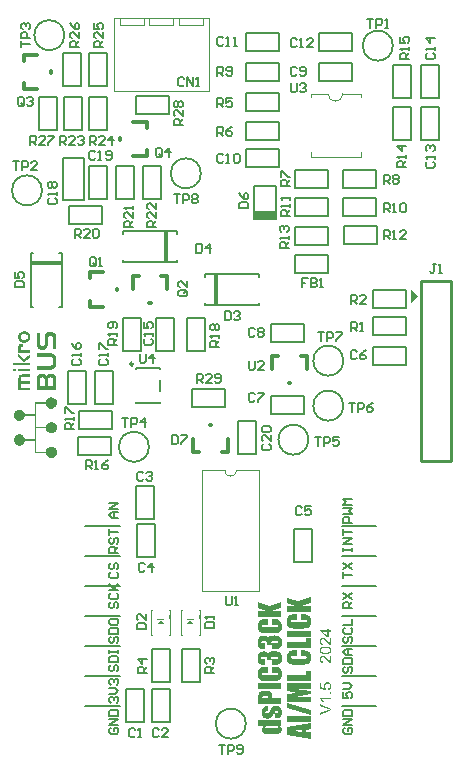
<source format=gto>
G04 Layer_Color=65535*
%FSLAX25Y25*%
%MOIN*%
G70*
G01*
G75*
%ADD24C,0.01000*%
%ADD36C,0.00197*%
%ADD37C,0.00600*%
%ADD38C,0.00984*%
%ADD39C,0.01200*%
%ADD40C,0.00591*%
%ADD41C,0.00787*%
%ADD42C,0.00800*%
%ADD43R,0.07087X0.01181*%
G36*
X16886Y25453D02*
X9109D01*
Y27476D01*
X16886D01*
Y25453D01*
D02*
G37*
G36*
X26605Y28264D02*
X18828D01*
Y30286D01*
X25050D01*
Y31519D01*
X26605D01*
Y28264D01*
D02*
G37*
G36*
Y25687D02*
X21361Y25676D01*
X26605Y24976D01*
Y23731D01*
X21472Y22987D01*
X26605D01*
Y21221D01*
X18828D01*
Y23820D01*
X18839D01*
X18861Y23831D01*
X18895D01*
X18950Y23843D01*
X19017Y23854D01*
X19106Y23865D01*
X19195Y23876D01*
X19306Y23898D01*
X19417Y23920D01*
X19550Y23931D01*
X19828Y23976D01*
X20150Y24020D01*
X20494Y24065D01*
X22461Y24354D01*
X18828Y24820D01*
Y27453D01*
X26605D01*
Y25687D01*
D02*
G37*
G36*
X15197Y19932D02*
X15275D01*
X15442Y19921D01*
X15642Y19887D01*
X15831Y19854D01*
X16019Y19798D01*
X16186Y19732D01*
X16208Y19721D01*
X16253Y19699D01*
X16319Y19643D01*
X16408Y19576D01*
X16508Y19476D01*
X16608Y19365D01*
X16697Y19221D01*
X16786Y19054D01*
X16797Y19032D01*
X16819Y18976D01*
X16853Y18876D01*
X16886Y18743D01*
X16930Y18576D01*
X16964Y18376D01*
X16986Y18165D01*
X16997Y17921D01*
Y17910D01*
Y17888D01*
Y17854D01*
Y17799D01*
X16986Y17732D01*
Y17665D01*
X16964Y17488D01*
X16941Y17288D01*
X16908Y17076D01*
X16853Y16865D01*
X16775Y16654D01*
Y16643D01*
X16764Y16632D01*
X16730Y16566D01*
X16675Y16477D01*
X16608Y16365D01*
X16519Y16254D01*
X16408Y16132D01*
X16286Y16021D01*
X16153Y15932D01*
X16130Y15921D01*
X16075Y15899D01*
X15986Y15877D01*
X15853Y15843D01*
X15686Y15799D01*
X15475Y15777D01*
X15231Y15754D01*
X14953Y15743D01*
X14642D01*
Y17465D01*
X15220D01*
X15331Y17477D01*
X15442D01*
X15553Y17488D01*
X15642Y17499D01*
X15719Y17521D01*
X15731D01*
X15742Y17532D01*
X15786Y17576D01*
X15842Y17654D01*
X15853Y17710D01*
X15864Y17776D01*
Y17788D01*
Y17810D01*
X15853Y17843D01*
Y17888D01*
X15819Y17988D01*
X15797Y18032D01*
X15764Y18065D01*
X15742Y18076D01*
X15719Y18099D01*
X15675Y18110D01*
X15608Y18132D01*
X15542Y18143D01*
X15442Y18154D01*
X15175D01*
X15086Y18143D01*
X14986Y18132D01*
X14897Y18110D01*
X14819Y18076D01*
X14764Y18043D01*
X14753Y18032D01*
X14731Y18010D01*
X14697Y17954D01*
X14664Y17910D01*
X14631Y17865D01*
X14597Y17799D01*
X14542Y17721D01*
X14486Y17621D01*
X14431Y17521D01*
X14353Y17399D01*
X14275Y17254D01*
X14186Y17088D01*
X14086Y16910D01*
X14075Y16899D01*
X14064Y16877D01*
X14042Y16832D01*
X14008Y16777D01*
X13964Y16710D01*
X13908Y16632D01*
X13797Y16454D01*
X13653Y16277D01*
X13509Y16110D01*
X13431Y16032D01*
X13353Y15966D01*
X13286Y15910D01*
X13209Y15866D01*
X13186Y15854D01*
X13142Y15843D01*
X13053Y15810D01*
X12942Y15777D01*
X12809Y15743D01*
X12653Y15721D01*
X12475Y15699D01*
X12286Y15688D01*
X12164D01*
X12020Y15699D01*
X11853Y15710D01*
X11675Y15732D01*
X11486Y15777D01*
X11309Y15821D01*
X11164Y15888D01*
X11153Y15899D01*
X11109Y15932D01*
X11042Y15977D01*
X10953Y16043D01*
X10864Y16143D01*
X10775Y16254D01*
X10676Y16399D01*
X10598Y16566D01*
Y16577D01*
X10587Y16588D01*
X10564Y16654D01*
X10531Y16754D01*
X10498Y16888D01*
X10464Y17054D01*
X10431Y17243D01*
X10409Y17454D01*
X10398Y17688D01*
Y17699D01*
Y17721D01*
Y17754D01*
Y17799D01*
X10409Y17910D01*
X10420Y18065D01*
X10442Y18232D01*
X10464Y18421D01*
X10509Y18599D01*
X10564Y18776D01*
X10576Y18799D01*
X10598Y18854D01*
X10631Y18932D01*
X10676Y19032D01*
X10742Y19143D01*
X10820Y19254D01*
X10898Y19354D01*
X10998Y19454D01*
X11009Y19465D01*
X11042Y19487D01*
X11086Y19532D01*
X11153Y19576D01*
X11309Y19676D01*
X11398Y19710D01*
X11486Y19743D01*
X11498D01*
X11531Y19754D01*
X11586Y19765D01*
X11653Y19776D01*
X11753D01*
X11875Y19787D01*
X12020Y19798D01*
X12553D01*
Y18076D01*
X12064D01*
X11975Y18065D01*
X11886D01*
X11787Y18054D01*
X11709Y18043D01*
X11653Y18021D01*
X11642D01*
X11631Y18010D01*
X11586Y17965D01*
X11564Y17932D01*
X11553Y17888D01*
X11531Y17832D01*
Y17765D01*
Y17754D01*
Y17743D01*
X11542Y17676D01*
X11575Y17588D01*
X11642Y17521D01*
X11664Y17510D01*
X11720Y17488D01*
X11820Y17454D01*
X11964Y17443D01*
X12131D01*
X12275Y17454D01*
X12342Y17465D01*
X12398Y17477D01*
X12409D01*
X12420Y17488D01*
X12486Y17521D01*
X12531Y17554D01*
X12575Y17599D01*
X12642Y17654D01*
X12697Y17721D01*
X12709Y17732D01*
X12731Y17765D01*
X12764Y17821D01*
X12820Y17910D01*
X12886Y18021D01*
X12964Y18165D01*
X13064Y18343D01*
X13175Y18565D01*
Y18576D01*
X13197Y18599D01*
X13220Y18643D01*
X13242Y18699D01*
X13286Y18765D01*
X13320Y18843D01*
X13431Y19021D01*
X13542Y19210D01*
X13675Y19387D01*
X13808Y19554D01*
X13886Y19621D01*
X13953Y19676D01*
X13964Y19687D01*
X14020Y19721D01*
X14097Y19765D01*
X14220Y19810D01*
X14364Y19854D01*
X14553Y19898D01*
X14764Y19932D01*
X15008Y19943D01*
X15131D01*
X15197Y19932D01*
D02*
G37*
G36*
X12220Y24865D02*
X12375Y24854D01*
X12553Y24842D01*
X12742Y24809D01*
X12909Y24776D01*
X13053Y24720D01*
X13064Y24709D01*
X13109Y24687D01*
X13175Y24654D01*
X13242Y24587D01*
X13331Y24509D01*
X13420Y24420D01*
X13497Y24298D01*
X13575Y24154D01*
X13586Y24131D01*
X13597Y24076D01*
X13631Y23987D01*
X13664Y23865D01*
X13697Y23709D01*
X13720Y23531D01*
X13742Y23309D01*
X13753Y23076D01*
Y22543D01*
X16886D01*
Y20521D01*
X9109D01*
Y22554D01*
Y22565D01*
Y22587D01*
Y22632D01*
Y22687D01*
Y22754D01*
X9120Y22843D01*
Y23020D01*
X9142Y23220D01*
X9165Y23431D01*
X9198Y23642D01*
X9242Y23820D01*
X9253Y23843D01*
X9264Y23898D01*
X9298Y23976D01*
X9342Y24076D01*
X9398Y24176D01*
X9453Y24287D01*
X9531Y24398D01*
X9620Y24487D01*
X9631Y24498D01*
X9664Y24520D01*
X9720Y24565D01*
X9787Y24609D01*
X9876Y24654D01*
X9975Y24709D01*
X10087Y24754D01*
X10220Y24787D01*
X10231D01*
X10287Y24798D01*
X10364Y24820D01*
X10487Y24831D01*
X10631Y24854D01*
X10820Y24865D01*
X11031Y24876D01*
X12087D01*
X12220Y24865D01*
D02*
G37*
G36*
X14497Y32997D02*
X14619D01*
X14753Y32986D01*
X15031Y32964D01*
X15308Y32930D01*
X15575Y32886D01*
X15697Y32864D01*
X15797Y32831D01*
X15819Y32819D01*
X15886Y32797D01*
X15975Y32742D01*
X16097Y32675D01*
X16230Y32575D01*
X16375Y32442D01*
X16530Y32275D01*
X16675Y32075D01*
Y32064D01*
X16686Y32053D01*
X16708Y32019D01*
X16730Y31975D01*
X16764Y31920D01*
X16797Y31853D01*
X16864Y31675D01*
X16930Y31475D01*
X16997Y31231D01*
X17041Y30953D01*
X17053Y30642D01*
Y30631D01*
Y30597D01*
Y30553D01*
Y30497D01*
X17041Y30420D01*
X17030Y30331D01*
X17008Y30131D01*
X16975Y29897D01*
X16919Y29653D01*
X16841Y29409D01*
X16741Y29175D01*
Y29164D01*
X16730Y29153D01*
X16686Y29087D01*
X16608Y28986D01*
X16508Y28864D01*
X16386Y28731D01*
X16230Y28609D01*
X16053Y28498D01*
X15853Y28409D01*
X15842D01*
X15831Y28398D01*
X15786D01*
X15742Y28387D01*
X15686Y28364D01*
X15608Y28353D01*
X15519Y28342D01*
X15419Y28320D01*
X15308Y28309D01*
X15175Y28286D01*
X15042Y28275D01*
X14886Y28264D01*
X14719Y28253D01*
X14531Y28242D01*
X14342Y28231D01*
X11575D01*
X11387Y28242D01*
X11186D01*
X10975Y28253D01*
X10775Y28264D01*
X10609Y28286D01*
X10587D01*
X10531Y28298D01*
X10453Y28320D01*
X10353Y28353D01*
X10220Y28398D01*
X10087Y28453D01*
X9942Y28531D01*
X9798Y28620D01*
X9776Y28631D01*
X9731Y28675D01*
X9664Y28742D01*
X9576Y28831D01*
X9476Y28942D01*
X9376Y29075D01*
X9276Y29231D01*
X9187Y29409D01*
Y29420D01*
X9176Y29431D01*
X9153Y29498D01*
X9109Y29609D01*
X9065Y29753D01*
X9031Y29920D01*
X8987Y30120D01*
X8964Y30342D01*
X8953Y30586D01*
Y30597D01*
Y30631D01*
Y30675D01*
Y30731D01*
X8964Y30808D01*
X8976Y30897D01*
X8998Y31108D01*
X9042Y31331D01*
X9098Y31575D01*
X9187Y31819D01*
X9309Y32053D01*
Y32064D01*
X9320Y32075D01*
X9376Y32153D01*
X9442Y32253D01*
X9542Y32375D01*
X9676Y32497D01*
X9820Y32631D01*
X9987Y32730D01*
X10176Y32819D01*
X10187D01*
X10198Y32831D01*
X10231Y32842D01*
X10276Y32853D01*
X10331Y32864D01*
X10398Y32875D01*
X10475Y32897D01*
X10564Y32919D01*
X10676Y32930D01*
X10787Y32953D01*
X10920Y32964D01*
X11064Y32975D01*
X11220Y32986D01*
X11398Y32997D01*
X11575Y33008D01*
X12509D01*
Y30986D01*
X10964D01*
X10842Y30975D01*
X10720D01*
X10598Y30964D01*
X10498Y30942D01*
X10420Y30920D01*
X10409D01*
X10398Y30909D01*
X10342Y30864D01*
X10309Y30820D01*
X10287Y30775D01*
X10276Y30709D01*
X10264Y30631D01*
Y30620D01*
Y30597D01*
X10276Y30553D01*
X10287Y30497D01*
X10309Y30453D01*
X10342Y30397D01*
X10387Y30353D01*
X10453Y30320D01*
X10464D01*
X10487Y30309D01*
X10542Y30297D01*
X10620Y30286D01*
X10720Y30275D01*
X10853Y30264D01*
X11020Y30253D01*
X15020D01*
X15131Y30264D01*
X15264D01*
X15386Y30286D01*
X15486Y30297D01*
X15575Y30320D01*
X15586D01*
X15597Y30331D01*
X15653Y30386D01*
X15686Y30420D01*
X15719Y30475D01*
X15731Y30542D01*
X15742Y30620D01*
Y30631D01*
Y30653D01*
X15731Y30697D01*
X15719Y30742D01*
X15697Y30786D01*
X15675Y30831D01*
X15631Y30875D01*
X15575Y30909D01*
X15564D01*
X15542Y30920D01*
X15486Y30931D01*
X15408Y30953D01*
X15297Y30964D01*
X15153Y30975D01*
X14975Y30986D01*
X13775D01*
Y33008D01*
X14375D01*
X14497Y32997D01*
D02*
G37*
G36*
X14797Y43385D02*
X14886D01*
X15086Y43374D01*
X15319Y43341D01*
X15553Y43307D01*
X15786Y43252D01*
X15997Y43185D01*
X16019Y43174D01*
X16086Y43141D01*
X16175Y43096D01*
X16286Y43018D01*
X16408Y42918D01*
X16542Y42785D01*
X16664Y42630D01*
X16775Y42452D01*
Y42441D01*
X16786Y42430D01*
X16797Y42396D01*
X16819Y42363D01*
X16864Y42241D01*
X16908Y42096D01*
X16953Y41896D01*
X16997Y41674D01*
X17030Y41418D01*
X17041Y41130D01*
Y41119D01*
Y41085D01*
Y41041D01*
Y40974D01*
X17030Y40896D01*
Y40808D01*
X17008Y40608D01*
X16964Y40374D01*
X16919Y40130D01*
X16841Y39885D01*
X16741Y39674D01*
Y39663D01*
X16730Y39652D01*
X16686Y39585D01*
X16619Y39496D01*
X16530Y39397D01*
X16419Y39274D01*
X16286Y39163D01*
X16142Y39063D01*
X15986Y38985D01*
X15975D01*
X15964Y38974D01*
X15942D01*
X15897Y38963D01*
X15842Y38952D01*
X15786Y38941D01*
X15708Y38919D01*
X15619Y38908D01*
X15519Y38897D01*
X15408Y38874D01*
X15275Y38863D01*
X15131Y38852D01*
X14975Y38841D01*
X14808D01*
X14619Y38830D01*
X13797D01*
Y40763D01*
X15231D01*
X15331Y40774D01*
X15442D01*
X15553Y40785D01*
X15642Y40796D01*
X15708Y40819D01*
X15731Y40830D01*
X15775Y40874D01*
X15797Y40907D01*
X15819Y40952D01*
X15831Y41019D01*
X15842Y41085D01*
Y41096D01*
Y41119D01*
X15831Y41163D01*
X15819Y41208D01*
X15797Y41252D01*
X15775Y41296D01*
X15731Y41341D01*
X15675Y41374D01*
X15664D01*
X15631Y41385D01*
X15575Y41396D01*
X15497Y41418D01*
X15375Y41430D01*
X15220Y41441D01*
X15131D01*
X15020Y41452D01*
X14075D01*
X13986Y41441D01*
X13775Y41407D01*
X13675Y41374D01*
X13586Y41341D01*
X13575D01*
X13553Y41319D01*
X13520Y41296D01*
X13475Y41263D01*
X13375Y41174D01*
X13342Y41107D01*
X13308Y41041D01*
Y41030D01*
X13297Y41008D01*
X13286Y40952D01*
X13275Y40874D01*
X13264Y40774D01*
X13242Y40652D01*
Y40485D01*
X13231Y40296D01*
X12098D01*
Y40308D01*
Y40330D01*
Y40363D01*
Y40407D01*
Y40519D01*
X12087Y40663D01*
Y40808D01*
X12075Y40941D01*
X12064Y41063D01*
Y41107D01*
X12053Y41141D01*
Y41152D01*
X12042Y41163D01*
X11998Y41230D01*
X11931Y41319D01*
X11875Y41352D01*
X11820Y41385D01*
X11809D01*
X11787Y41396D01*
X11742Y41407D01*
X11687Y41430D01*
X11609Y41441D01*
X11509Y41452D01*
X11398Y41463D01*
X10698D01*
X10609Y41452D01*
X10442Y41430D01*
X10353Y41407D01*
X10298Y41374D01*
X10287D01*
X10276Y41363D01*
X10231Y41308D01*
X10187Y41230D01*
X10164Y41174D01*
Y41107D01*
Y41096D01*
Y41074D01*
X10176Y41041D01*
X10187Y40996D01*
X10220Y40907D01*
X10264Y40863D01*
X10309Y40830D01*
X10320D01*
X10331Y40819D01*
X10375Y40808D01*
X10431Y40796D01*
X10509Y40785D01*
X10609Y40774D01*
X10731Y40763D01*
X11520D01*
Y38830D01*
X10764D01*
X10687Y38841D01*
X10598D01*
X10487Y38852D01*
X10264Y38897D01*
X10009Y38952D01*
X9764Y39041D01*
X9642Y39097D01*
X9542Y39163D01*
X9442Y39241D01*
X9364Y39330D01*
Y39341D01*
X9342Y39352D01*
X9331Y39385D01*
X9298Y39430D01*
X9276Y39485D01*
X9242Y39552D01*
X9198Y39630D01*
X9165Y39730D01*
X9131Y39830D01*
X9087Y39952D01*
X9053Y40085D01*
X9031Y40230D01*
X8998Y40385D01*
X8987Y40563D01*
X8964Y40752D01*
Y40952D01*
Y40963D01*
Y41008D01*
Y41085D01*
X8976Y41174D01*
Y41285D01*
X8998Y41418D01*
X9009Y41563D01*
X9031Y41707D01*
X9098Y42018D01*
X9198Y42330D01*
X9253Y42474D01*
X9331Y42607D01*
X9409Y42729D01*
X9509Y42829D01*
X9520Y42841D01*
X9531Y42852D01*
X9565Y42874D01*
X9609Y42907D01*
X9664Y42941D01*
X9731Y42985D01*
X9809Y43029D01*
X9898Y43085D01*
X10009Y43130D01*
X10120Y43174D01*
X10375Y43252D01*
X10676Y43307D01*
X10842Y43330D01*
X11120D01*
X11242Y43318D01*
X11375Y43307D01*
X11531Y43285D01*
X11687Y43252D01*
X11831Y43207D01*
X11953Y43141D01*
X11964Y43130D01*
X11998Y43107D01*
X12053Y43063D01*
X12131Y42996D01*
X12209Y42907D01*
X12297Y42807D01*
X12398Y42674D01*
X12486Y42518D01*
X12498Y42541D01*
X12509Y42596D01*
X12553Y42674D01*
X12597Y42763D01*
X12664Y42874D01*
X12753Y42985D01*
X12853Y43085D01*
X12975Y43174D01*
X12986Y43185D01*
X13009Y43196D01*
X13042Y43207D01*
X13086Y43229D01*
X13142Y43241D01*
X13220Y43263D01*
X13297Y43285D01*
X13397Y43307D01*
X13509Y43330D01*
X13642Y43341D01*
X13786Y43363D01*
X13953Y43374D01*
X14131Y43385D01*
X14342Y43396D01*
X14719D01*
X14797Y43385D01*
D02*
G37*
G36*
X26605Y42930D02*
X18828D01*
Y44952D01*
X26605D01*
Y42930D01*
D02*
G37*
G36*
Y39185D02*
X18828D01*
Y41208D01*
X25050D01*
Y42441D01*
X26605D01*
Y39185D01*
D02*
G37*
G36*
X24216Y38452D02*
X24339D01*
X24472Y38441D01*
X24750Y38419D01*
X25027Y38385D01*
X25294Y38341D01*
X25416Y38319D01*
X25516Y38285D01*
X25538Y38274D01*
X25605Y38252D01*
X25694Y38197D01*
X25816Y38130D01*
X25949Y38030D01*
X26094Y37897D01*
X26250Y37730D01*
X26394Y37530D01*
Y37519D01*
X26405Y37508D01*
X26427Y37475D01*
X26449Y37430D01*
X26483Y37374D01*
X26516Y37308D01*
X26583Y37130D01*
X26649Y36930D01*
X26716Y36686D01*
X26761Y36408D01*
X26772Y36097D01*
Y36086D01*
Y36052D01*
Y36008D01*
Y35952D01*
X26761Y35875D01*
X26749Y35786D01*
X26727Y35586D01*
X26694Y35353D01*
X26638Y35108D01*
X26561Y34864D01*
X26461Y34630D01*
Y34619D01*
X26449Y34608D01*
X26405Y34541D01*
X26327Y34442D01*
X26227Y34319D01*
X26105Y34186D01*
X25949Y34064D01*
X25772Y33953D01*
X25572Y33864D01*
X25561D01*
X25550Y33853D01*
X25505D01*
X25461Y33841D01*
X25405Y33819D01*
X25327Y33808D01*
X25238Y33797D01*
X25139Y33775D01*
X25027Y33764D01*
X24894Y33742D01*
X24761Y33730D01*
X24605Y33719D01*
X24439Y33708D01*
X24250Y33697D01*
X24061Y33686D01*
X21294D01*
X21105Y33697D01*
X20906D01*
X20695Y33708D01*
X20494Y33719D01*
X20328Y33742D01*
X20306D01*
X20250Y33753D01*
X20172Y33775D01*
X20072Y33808D01*
X19939Y33853D01*
X19806Y33908D01*
X19661Y33986D01*
X19517Y34075D01*
X19495Y34086D01*
X19450Y34130D01*
X19384Y34197D01*
X19295Y34286D01*
X19195Y34397D01*
X19095Y34530D01*
X18995Y34686D01*
X18906Y34864D01*
Y34875D01*
X18895Y34886D01*
X18872Y34953D01*
X18828Y35064D01*
X18784Y35208D01*
X18750Y35375D01*
X18706Y35575D01*
X18684Y35797D01*
X18673Y36041D01*
Y36052D01*
Y36086D01*
Y36130D01*
Y36186D01*
X18684Y36263D01*
X18695Y36352D01*
X18717Y36564D01*
X18761Y36786D01*
X18817Y37030D01*
X18906Y37275D01*
X19028Y37508D01*
Y37519D01*
X19039Y37530D01*
X19095Y37608D01*
X19161Y37708D01*
X19261Y37830D01*
X19395Y37952D01*
X19539Y38086D01*
X19706Y38186D01*
X19895Y38274D01*
X19906D01*
X19917Y38285D01*
X19950Y38297D01*
X19995Y38308D01*
X20050Y38319D01*
X20117Y38330D01*
X20195Y38352D01*
X20283Y38374D01*
X20394Y38385D01*
X20506Y38408D01*
X20639Y38419D01*
X20783Y38430D01*
X20939Y38441D01*
X21117Y38452D01*
X21294Y38463D01*
X22228D01*
Y36441D01*
X20683D01*
X20561Y36430D01*
X20439D01*
X20317Y36419D01*
X20217Y36397D01*
X20139Y36375D01*
X20128D01*
X20117Y36364D01*
X20061Y36319D01*
X20028Y36275D01*
X20006Y36230D01*
X19995Y36163D01*
X19983Y36086D01*
Y36075D01*
Y36052D01*
X19995Y36008D01*
X20006Y35952D01*
X20028Y35908D01*
X20061Y35852D01*
X20106Y35808D01*
X20172Y35775D01*
X20183D01*
X20206Y35764D01*
X20261Y35752D01*
X20339Y35741D01*
X20439Y35730D01*
X20572Y35719D01*
X20739Y35708D01*
X24738D01*
X24850Y35719D01*
X24983D01*
X25105Y35741D01*
X25205Y35752D01*
X25294Y35775D01*
X25305D01*
X25316Y35786D01*
X25372Y35841D01*
X25405Y35875D01*
X25438Y35930D01*
X25450Y35997D01*
X25461Y36075D01*
Y36086D01*
Y36108D01*
X25450Y36152D01*
X25438Y36197D01*
X25416Y36241D01*
X25394Y36286D01*
X25350Y36330D01*
X25294Y36364D01*
X25283D01*
X25261Y36375D01*
X25205Y36386D01*
X25127Y36408D01*
X25016Y36419D01*
X24872Y36430D01*
X24694Y36441D01*
X23494D01*
Y38463D01*
X24094D01*
X24216Y38452D01*
D02*
G37*
G36*
X14797Y38174D02*
X14886D01*
X15086Y38163D01*
X15319Y38130D01*
X15553Y38097D01*
X15786Y38041D01*
X15997Y37975D01*
X16019Y37963D01*
X16086Y37930D01*
X16175Y37886D01*
X16286Y37808D01*
X16408Y37708D01*
X16542Y37574D01*
X16664Y37419D01*
X16775Y37241D01*
Y37230D01*
X16786Y37219D01*
X16797Y37186D01*
X16819Y37152D01*
X16864Y37030D01*
X16908Y36886D01*
X16953Y36686D01*
X16997Y36463D01*
X17030Y36208D01*
X17041Y35919D01*
Y35908D01*
Y35875D01*
Y35830D01*
Y35764D01*
X17030Y35686D01*
Y35597D01*
X17008Y35397D01*
X16964Y35164D01*
X16919Y34919D01*
X16841Y34675D01*
X16741Y34464D01*
Y34453D01*
X16730Y34442D01*
X16686Y34375D01*
X16619Y34286D01*
X16530Y34186D01*
X16419Y34064D01*
X16286Y33953D01*
X16142Y33853D01*
X15986Y33775D01*
X15975D01*
X15964Y33764D01*
X15942D01*
X15897Y33753D01*
X15842Y33742D01*
X15786Y33730D01*
X15708Y33708D01*
X15619Y33697D01*
X15519Y33686D01*
X15408Y33664D01*
X15275Y33653D01*
X15131Y33642D01*
X14975Y33630D01*
X14808D01*
X14619Y33619D01*
X13797D01*
Y35552D01*
X15231D01*
X15331Y35564D01*
X15442D01*
X15553Y35575D01*
X15642Y35586D01*
X15708Y35608D01*
X15731Y35619D01*
X15775Y35664D01*
X15797Y35697D01*
X15819Y35741D01*
X15831Y35808D01*
X15842Y35875D01*
Y35886D01*
Y35908D01*
X15831Y35952D01*
X15819Y35997D01*
X15797Y36041D01*
X15775Y36086D01*
X15731Y36130D01*
X15675Y36163D01*
X15664D01*
X15631Y36175D01*
X15575Y36186D01*
X15497Y36208D01*
X15375Y36219D01*
X15220Y36230D01*
X15131D01*
X15020Y36241D01*
X14075D01*
X13986Y36230D01*
X13775Y36197D01*
X13675Y36163D01*
X13586Y36130D01*
X13575D01*
X13553Y36108D01*
X13520Y36086D01*
X13475Y36052D01*
X13375Y35963D01*
X13342Y35897D01*
X13308Y35830D01*
Y35819D01*
X13297Y35797D01*
X13286Y35741D01*
X13275Y35664D01*
X13264Y35564D01*
X13242Y35441D01*
Y35275D01*
X13231Y35086D01*
X12098D01*
Y35097D01*
Y35119D01*
Y35153D01*
Y35197D01*
Y35308D01*
X12087Y35452D01*
Y35597D01*
X12075Y35730D01*
X12064Y35852D01*
Y35897D01*
X12053Y35930D01*
Y35941D01*
X12042Y35952D01*
X11998Y36019D01*
X11931Y36108D01*
X11875Y36141D01*
X11820Y36175D01*
X11809D01*
X11787Y36186D01*
X11742Y36197D01*
X11687Y36219D01*
X11609Y36230D01*
X11509Y36241D01*
X11398Y36252D01*
X10698D01*
X10609Y36241D01*
X10442Y36219D01*
X10353Y36197D01*
X10298Y36163D01*
X10287D01*
X10276Y36152D01*
X10231Y36097D01*
X10187Y36019D01*
X10164Y35963D01*
Y35897D01*
Y35886D01*
Y35864D01*
X10176Y35830D01*
X10187Y35786D01*
X10220Y35697D01*
X10264Y35653D01*
X10309Y35619D01*
X10320D01*
X10331Y35608D01*
X10375Y35597D01*
X10431Y35586D01*
X10509Y35575D01*
X10609Y35564D01*
X10731Y35552D01*
X11520D01*
Y33619D01*
X10764D01*
X10687Y33630D01*
X10598D01*
X10487Y33642D01*
X10264Y33686D01*
X10009Y33742D01*
X9764Y33830D01*
X9642Y33886D01*
X9542Y33953D01*
X9442Y34030D01*
X9364Y34119D01*
Y34130D01*
X9342Y34141D01*
X9331Y34175D01*
X9298Y34219D01*
X9276Y34275D01*
X9242Y34341D01*
X9198Y34419D01*
X9165Y34519D01*
X9131Y34619D01*
X9087Y34741D01*
X9053Y34875D01*
X9031Y35019D01*
X8998Y35175D01*
X8987Y35353D01*
X8964Y35541D01*
Y35741D01*
Y35752D01*
Y35797D01*
Y35875D01*
X8976Y35963D01*
Y36075D01*
X8998Y36208D01*
X9009Y36352D01*
X9031Y36497D01*
X9098Y36808D01*
X9198Y37119D01*
X9253Y37263D01*
X9331Y37397D01*
X9409Y37519D01*
X9509Y37619D01*
X9520Y37630D01*
X9531Y37641D01*
X9565Y37663D01*
X9609Y37697D01*
X9664Y37730D01*
X9731Y37775D01*
X9809Y37819D01*
X9898Y37874D01*
X10009Y37919D01*
X10120Y37963D01*
X10375Y38041D01*
X10676Y38097D01*
X10842Y38119D01*
X11120D01*
X11242Y38108D01*
X11375Y38097D01*
X11531Y38074D01*
X11687Y38041D01*
X11831Y37997D01*
X11953Y37930D01*
X11964Y37919D01*
X11998Y37897D01*
X12053Y37852D01*
X12131Y37786D01*
X12209Y37697D01*
X12297Y37597D01*
X12398Y37463D01*
X12486Y37308D01*
X12498Y37330D01*
X12509Y37386D01*
X12553Y37463D01*
X12597Y37552D01*
X12664Y37663D01*
X12753Y37775D01*
X12853Y37874D01*
X12975Y37963D01*
X12986Y37975D01*
X13009Y37986D01*
X13042Y37997D01*
X13086Y38019D01*
X13142Y38030D01*
X13220Y38052D01*
X13297Y38074D01*
X13397Y38097D01*
X13509Y38119D01*
X13642Y38130D01*
X13786Y38152D01*
X13953Y38163D01*
X14131Y38174D01*
X14342Y38186D01*
X14719D01*
X14797Y38174D01*
D02*
G37*
G36*
X26749Y18454D02*
Y16988D01*
X18684Y19298D01*
Y20754D01*
X26749Y18454D01*
D02*
G37*
G36*
X32290Y27800D02*
X32335Y27795D01*
X32384Y27789D01*
X32445Y27778D01*
X32506Y27767D01*
X32651Y27734D01*
X32801Y27678D01*
X32878Y27645D01*
X32950Y27600D01*
X33028Y27556D01*
X33100Y27501D01*
X33106Y27495D01*
X33123Y27484D01*
X33145Y27462D01*
X33173Y27434D01*
X33206Y27395D01*
X33250Y27351D01*
X33289Y27295D01*
X33334Y27234D01*
X33378Y27168D01*
X33417Y27090D01*
X33456Y27007D01*
X33494Y26918D01*
X33522Y26823D01*
X33544Y26718D01*
X33561Y26607D01*
X33567Y26491D01*
Y26485D01*
Y26468D01*
Y26441D01*
X33561Y26402D01*
X33555Y26357D01*
X33550Y26307D01*
X33544Y26246D01*
X33528Y26185D01*
X33494Y26046D01*
X33444Y25908D01*
X33411Y25836D01*
X33372Y25763D01*
X33328Y25697D01*
X33278Y25630D01*
X33272Y25625D01*
X33267Y25614D01*
X33245Y25602D01*
X33222Y25580D01*
X33195Y25552D01*
X33162Y25525D01*
X33117Y25491D01*
X33067Y25464D01*
X33017Y25430D01*
X32956Y25397D01*
X32823Y25336D01*
X32667Y25286D01*
X32584Y25269D01*
X32495Y25258D01*
X32457Y25752D01*
X32473D01*
X32490Y25758D01*
X32518Y25763D01*
X32579Y25780D01*
X32662Y25802D01*
X32745Y25836D01*
X32840Y25880D01*
X32923Y25936D01*
X33000Y26002D01*
X33006Y26013D01*
X33028Y26035D01*
X33056Y26080D01*
X33089Y26141D01*
X33123Y26208D01*
X33150Y26291D01*
X33173Y26385D01*
X33178Y26491D01*
Y26496D01*
Y26507D01*
Y26524D01*
X33173Y26546D01*
X33167Y26613D01*
X33145Y26690D01*
X33117Y26785D01*
X33073Y26879D01*
X33006Y26979D01*
X32967Y27023D01*
X32923Y27068D01*
X32917Y27073D01*
X32912Y27079D01*
X32895Y27090D01*
X32878Y27106D01*
X32817Y27145D01*
X32740Y27190D01*
X32645Y27229D01*
X32529Y27268D01*
X32390Y27295D01*
X32318Y27306D01*
X32201D01*
X32174Y27301D01*
X32140D01*
X32101Y27295D01*
X32013Y27279D01*
X31907Y27251D01*
X31802Y27212D01*
X31702Y27156D01*
X31607Y27079D01*
X31602D01*
X31596Y27068D01*
X31569Y27040D01*
X31530Y26990D01*
X31485Y26923D01*
X31446Y26835D01*
X31408Y26735D01*
X31380Y26618D01*
X31369Y26551D01*
Y26485D01*
Y26474D01*
Y26446D01*
X31374Y26402D01*
X31380Y26346D01*
X31397Y26280D01*
X31413Y26213D01*
X31441Y26141D01*
X31474Y26069D01*
X31480Y26063D01*
X31491Y26041D01*
X31519Y26008D01*
X31546Y25963D01*
X31585Y25919D01*
X31635Y25875D01*
X31685Y25824D01*
X31746Y25786D01*
X31685Y25342D01*
X29709Y25714D01*
Y27623D01*
X30159D01*
Y26085D01*
X31197Y25880D01*
X31191Y25886D01*
X31186Y25897D01*
X31174Y25913D01*
X31158Y25941D01*
X31141Y25974D01*
X31119Y26013D01*
X31075Y26102D01*
X31030Y26213D01*
X30991Y26335D01*
X30964Y26468D01*
X30953Y26535D01*
Y26607D01*
Y26613D01*
Y26629D01*
Y26657D01*
X30958Y26690D01*
X30964Y26735D01*
X30969Y26785D01*
X30980Y26840D01*
X30997Y26901D01*
X31036Y27034D01*
X31064Y27106D01*
X31102Y27179D01*
X31141Y27251D01*
X31186Y27323D01*
X31241Y27390D01*
X31302Y27456D01*
X31308Y27462D01*
X31319Y27473D01*
X31335Y27490D01*
X31363Y27512D01*
X31402Y27539D01*
X31441Y27567D01*
X31491Y27600D01*
X31546Y27634D01*
X31607Y27661D01*
X31674Y27695D01*
X31752Y27723D01*
X31830Y27750D01*
X31913Y27773D01*
X32007Y27789D01*
X32101Y27800D01*
X32201Y27806D01*
X32251D01*
X32290Y27800D01*
D02*
G37*
G36*
X33500Y34150D02*
X33439D01*
X33395Y34155D01*
X33345Y34161D01*
X33289Y34172D01*
X33234Y34183D01*
X33173Y34205D01*
X33167D01*
X33162Y34211D01*
X33128Y34222D01*
X33078Y34244D01*
X33012Y34277D01*
X32934Y34322D01*
X32845Y34377D01*
X32756Y34438D01*
X32662Y34516D01*
X32656D01*
X32651Y34527D01*
X32618Y34555D01*
X32568Y34605D01*
X32495Y34677D01*
X32412Y34760D01*
X32312Y34865D01*
X32201Y34993D01*
X32085Y35132D01*
X32079Y35137D01*
X32063Y35160D01*
X32035Y35193D01*
X32002Y35232D01*
X31957Y35282D01*
X31907Y35343D01*
X31852Y35404D01*
X31791Y35476D01*
X31657Y35615D01*
X31524Y35753D01*
X31458Y35820D01*
X31391Y35881D01*
X31330Y35937D01*
X31269Y35981D01*
X31263D01*
X31258Y35992D01*
X31241Y36003D01*
X31219Y36014D01*
X31158Y36053D01*
X31086Y36098D01*
X30997Y36136D01*
X30903Y36175D01*
X30797Y36197D01*
X30697Y36209D01*
X30686D01*
X30653Y36203D01*
X30597Y36197D01*
X30536Y36181D01*
X30459Y36159D01*
X30381Y36120D01*
X30303Y36070D01*
X30226Y36003D01*
X30214Y35992D01*
X30192Y35964D01*
X30164Y35925D01*
X30126Y35864D01*
X30092Y35787D01*
X30059Y35698D01*
X30037Y35592D01*
X30031Y35476D01*
Y35470D01*
Y35459D01*
Y35443D01*
X30037Y35420D01*
X30042Y35354D01*
X30059Y35276D01*
X30081Y35193D01*
X30120Y35099D01*
X30170Y35010D01*
X30237Y34927D01*
X30248Y34915D01*
X30275Y34893D01*
X30320Y34860D01*
X30386Y34827D01*
X30464Y34788D01*
X30564Y34754D01*
X30675Y34732D01*
X30803Y34721D01*
X30753Y34238D01*
X30747D01*
X30731Y34244D01*
X30703D01*
X30664Y34249D01*
X30619Y34260D01*
X30570Y34272D01*
X30509Y34288D01*
X30448Y34305D01*
X30314Y34349D01*
X30181Y34416D01*
X30114Y34455D01*
X30048Y34505D01*
X29987Y34555D01*
X29931Y34610D01*
X29926Y34616D01*
X29920Y34627D01*
X29904Y34644D01*
X29887Y34671D01*
X29865Y34705D01*
X29842Y34743D01*
X29815Y34788D01*
X29787Y34843D01*
X29759Y34904D01*
X29732Y34971D01*
X29709Y35043D01*
X29687Y35121D01*
X29671Y35204D01*
X29654Y35293D01*
X29648Y35387D01*
X29643Y35487D01*
Y35493D01*
Y35509D01*
Y35543D01*
X29648Y35581D01*
X29654Y35626D01*
X29659Y35681D01*
X29671Y35742D01*
X29682Y35803D01*
X29720Y35948D01*
X29776Y36092D01*
X29809Y36164D01*
X29848Y36236D01*
X29898Y36303D01*
X29954Y36364D01*
X29959Y36369D01*
X29965Y36381D01*
X29987Y36392D01*
X30009Y36414D01*
X30037Y36442D01*
X30076Y36469D01*
X30114Y36497D01*
X30164Y36531D01*
X30270Y36586D01*
X30403Y36641D01*
X30470Y36664D01*
X30547Y36675D01*
X30625Y36686D01*
X30708Y36691D01*
X30747D01*
X30792Y36686D01*
X30853Y36680D01*
X30919Y36669D01*
X30997Y36647D01*
X31080Y36625D01*
X31163Y36592D01*
X31174Y36586D01*
X31202Y36575D01*
X31247Y36553D01*
X31308Y36519D01*
X31374Y36475D01*
X31458Y36419D01*
X31541Y36353D01*
X31635Y36275D01*
X31646Y36264D01*
X31680Y36236D01*
X31707Y36209D01*
X31735Y36181D01*
X31768Y36147D01*
X31813Y36103D01*
X31857Y36059D01*
X31907Y36003D01*
X31963Y35948D01*
X32024Y35881D01*
X32085Y35809D01*
X32157Y35731D01*
X32229Y35642D01*
X32307Y35554D01*
X32312Y35548D01*
X32323Y35537D01*
X32340Y35515D01*
X32362Y35487D01*
X32395Y35454D01*
X32429Y35415D01*
X32501Y35326D01*
X32584Y35232D01*
X32667Y35143D01*
X32740Y35065D01*
X32767Y35032D01*
X32795Y35004D01*
X32801Y34999D01*
X32817Y34982D01*
X32840Y34960D01*
X32873Y34932D01*
X32912Y34904D01*
X32950Y34871D01*
X33045Y34804D01*
Y36697D01*
X33500D01*
Y34150D01*
D02*
G37*
G36*
Y24032D02*
X32962D01*
Y24570D01*
X33500D01*
Y24032D01*
D02*
G37*
G36*
Y19015D02*
Y18482D01*
X29659Y16995D01*
Y17549D01*
X32451Y18548D01*
X32457D01*
X32468Y18554D01*
X32484Y18560D01*
X32506Y18571D01*
X32540Y18576D01*
X32573Y18587D01*
X32656Y18615D01*
X32751Y18648D01*
X32856Y18682D01*
X33078Y18748D01*
X33073D01*
X33062Y18754D01*
X33045Y18759D01*
X33023Y18765D01*
X32962Y18781D01*
X32878Y18809D01*
X32784Y18837D01*
X32679Y18870D01*
X32568Y18909D01*
X32451Y18954D01*
X29659Y19997D01*
Y20513D01*
X33500Y19015D01*
D02*
G37*
G36*
Y22084D02*
X30497D01*
X30503Y22078D01*
X30525Y22050D01*
X30558Y22017D01*
X30597Y21962D01*
X30647Y21901D01*
X30703Y21823D01*
X30764Y21734D01*
X30825Y21634D01*
Y21629D01*
X30830Y21623D01*
X30853Y21590D01*
X30880Y21534D01*
X30914Y21468D01*
X30953Y21390D01*
X30991Y21307D01*
X31030Y21224D01*
X31064Y21140D01*
X30608D01*
Y21146D01*
X30597Y21157D01*
X30592Y21179D01*
X30575Y21207D01*
X30558Y21240D01*
X30536Y21279D01*
X30481Y21373D01*
X30420Y21484D01*
X30342Y21595D01*
X30253Y21712D01*
X30159Y21828D01*
X30153Y21834D01*
X30148Y21840D01*
X30131Y21856D01*
X30114Y21879D01*
X30059Y21928D01*
X29992Y21995D01*
X29915Y22062D01*
X29826Y22134D01*
X29737Y22195D01*
X29643Y22250D01*
Y22556D01*
X33500D01*
Y22084D01*
D02*
G37*
G36*
X31780Y39705D02*
X31846D01*
X31918Y39700D01*
X31996Y39694D01*
X32174Y39677D01*
X32357Y39650D01*
X32534Y39616D01*
X32618Y39594D01*
X32701Y39566D01*
X32706D01*
X32717Y39561D01*
X32740Y39550D01*
X32767Y39538D01*
X32806Y39527D01*
X32845Y39505D01*
X32939Y39461D01*
X33039Y39405D01*
X33150Y39333D01*
X33250Y39250D01*
X33345Y39150D01*
Y39145D01*
X33356Y39139D01*
X33367Y39122D01*
X33378Y39100D01*
X33395Y39072D01*
X33417Y39045D01*
X33456Y38961D01*
X33494Y38862D01*
X33533Y38745D01*
X33555Y38606D01*
X33567Y38456D01*
Y38451D01*
Y38434D01*
Y38401D01*
X33561Y38362D01*
X33555Y38317D01*
X33544Y38262D01*
X33533Y38201D01*
X33517Y38134D01*
X33494Y38068D01*
X33472Y37996D01*
X33439Y37923D01*
X33400Y37851D01*
X33356Y37779D01*
X33300Y37707D01*
X33239Y37640D01*
X33173Y37579D01*
X33167Y37574D01*
X33150Y37563D01*
X33123Y37546D01*
X33078Y37518D01*
X33028Y37491D01*
X32962Y37463D01*
X32884Y37424D01*
X32795Y37391D01*
X32695Y37357D01*
X32579Y37324D01*
X32451Y37291D01*
X32307Y37263D01*
X32151Y37235D01*
X31985Y37219D01*
X31802Y37207D01*
X31607Y37202D01*
X31496D01*
X31435Y37207D01*
X31369D01*
X31297Y37213D01*
X31213Y37219D01*
X31041Y37235D01*
X30858Y37263D01*
X30675Y37296D01*
X30592Y37319D01*
X30509Y37341D01*
X30503D01*
X30492Y37346D01*
X30470Y37357D01*
X30442Y37369D01*
X30403Y37380D01*
X30364Y37402D01*
X30270Y37446D01*
X30170Y37502D01*
X30065Y37574D01*
X29959Y37657D01*
X29870Y37757D01*
Y37762D01*
X29859Y37768D01*
X29848Y37785D01*
X29837Y37807D01*
X29815Y37835D01*
X29798Y37868D01*
X29754Y37951D01*
X29715Y38051D01*
X29676Y38168D01*
X29654Y38306D01*
X29643Y38456D01*
Y38462D01*
Y38467D01*
Y38484D01*
Y38506D01*
X29648Y38567D01*
X29659Y38639D01*
X29676Y38723D01*
X29698Y38811D01*
X29726Y38906D01*
X29770Y38995D01*
Y39000D01*
X29776Y39006D01*
X29793Y39033D01*
X29820Y39078D01*
X29859Y39133D01*
X29915Y39195D01*
X29976Y39261D01*
X30048Y39322D01*
X30131Y39383D01*
X30142Y39389D01*
X30170Y39411D01*
X30220Y39433D01*
X30292Y39472D01*
X30375Y39505D01*
X30470Y39550D01*
X30581Y39588D01*
X30703Y39622D01*
X30708D01*
X30720Y39627D01*
X30736Y39633D01*
X30764Y39639D01*
X30797Y39644D01*
X30836Y39650D01*
X30886Y39661D01*
X30941Y39666D01*
X31003Y39677D01*
X31069Y39683D01*
X31147Y39688D01*
X31225Y39700D01*
X31313Y39705D01*
X31402D01*
X31502Y39711D01*
X31719D01*
X31780Y39705D01*
D02*
G37*
G36*
X16886Y13188D02*
X16419D01*
X16431Y13177D01*
X16464Y13144D01*
X16519Y13088D01*
X16586Y13010D01*
X16653Y12921D01*
X16719Y12821D01*
X16797Y12710D01*
X16853Y12599D01*
X16864Y12588D01*
X16875Y12544D01*
X16897Y12488D01*
X16919Y12399D01*
X16953Y12310D01*
X16975Y12199D01*
X16986Y12077D01*
X16997Y11955D01*
Y11933D01*
Y11877D01*
X16986Y11799D01*
X16964Y11688D01*
X16941Y11566D01*
X16897Y11444D01*
X16841Y11310D01*
X16764Y11177D01*
X16753Y11166D01*
X16719Y11122D01*
X16675Y11066D01*
X16608Y10999D01*
X16530Y10933D01*
X16431Y10855D01*
X16330Y10799D01*
X16219Y10755D01*
X16208D01*
X16164Y10744D01*
X16086Y10733D01*
X15975Y10711D01*
X15831Y10699D01*
X15653Y10677D01*
X15442Y10666D01*
X11975D01*
X11809Y10677D01*
X11642Y10688D01*
X11464Y10699D01*
X11309Y10722D01*
X11175Y10755D01*
X11164D01*
X11120Y10777D01*
X11064Y10799D01*
X10987Y10844D01*
X10909Y10899D01*
X10809Y10966D01*
X10720Y11066D01*
X10631Y11177D01*
X10620Y11188D01*
X10598Y11244D01*
X10553Y11310D01*
X10509Y11410D01*
X10475Y11522D01*
X10431Y11655D01*
X10409Y11810D01*
X10398Y11977D01*
Y11999D01*
Y12044D01*
X10409Y12110D01*
Y12199D01*
X10431Y12299D01*
X10453Y12410D01*
X10487Y12533D01*
X10531Y12644D01*
X10542Y12655D01*
X10553Y12699D01*
X10587Y12755D01*
X10631Y12821D01*
X10687Y12910D01*
X10753Y12999D01*
X10842Y13099D01*
X10931Y13188D01*
X9109D01*
Y15132D01*
X16886D01*
Y13188D01*
D02*
G37*
G36*
X26605Y14499D02*
X18828D01*
Y16521D01*
X26605D01*
Y14499D01*
D02*
G37*
G36*
Y12099D02*
X25205Y11988D01*
Y11244D01*
X26605Y11133D01*
Y9055D01*
X18828Y10077D01*
Y12988D01*
X26605Y14155D01*
Y12099D01*
D02*
G37*
G36*
X33500Y40121D02*
X33439D01*
X33395Y40127D01*
X33345Y40132D01*
X33289Y40143D01*
X33234Y40155D01*
X33173Y40177D01*
X33167D01*
X33162Y40182D01*
X33128Y40194D01*
X33078Y40216D01*
X33012Y40249D01*
X32934Y40293D01*
X32845Y40349D01*
X32756Y40410D01*
X32662Y40488D01*
X32656D01*
X32651Y40499D01*
X32618Y40526D01*
X32568Y40576D01*
X32495Y40649D01*
X32412Y40732D01*
X32312Y40837D01*
X32201Y40965D01*
X32085Y41104D01*
X32079Y41109D01*
X32063Y41131D01*
X32035Y41165D01*
X32002Y41204D01*
X31957Y41254D01*
X31907Y41315D01*
X31852Y41376D01*
X31791Y41448D01*
X31657Y41587D01*
X31524Y41725D01*
X31458Y41792D01*
X31391Y41853D01*
X31330Y41908D01*
X31269Y41953D01*
X31263D01*
X31258Y41964D01*
X31241Y41975D01*
X31219Y41986D01*
X31158Y42025D01*
X31086Y42069D01*
X30997Y42108D01*
X30903Y42147D01*
X30797Y42169D01*
X30697Y42180D01*
X30686D01*
X30653Y42175D01*
X30597Y42169D01*
X30536Y42153D01*
X30459Y42130D01*
X30381Y42092D01*
X30303Y42042D01*
X30226Y41975D01*
X30214Y41964D01*
X30192Y41936D01*
X30164Y41897D01*
X30126Y41836D01*
X30092Y41759D01*
X30059Y41670D01*
X30037Y41564D01*
X30031Y41448D01*
Y41442D01*
Y41431D01*
Y41414D01*
X30037Y41392D01*
X30042Y41326D01*
X30059Y41248D01*
X30081Y41165D01*
X30120Y41070D01*
X30170Y40982D01*
X30237Y40898D01*
X30248Y40887D01*
X30275Y40865D01*
X30320Y40832D01*
X30386Y40798D01*
X30464Y40760D01*
X30564Y40726D01*
X30675Y40704D01*
X30803Y40693D01*
X30753Y40210D01*
X30747D01*
X30731Y40216D01*
X30703D01*
X30664Y40221D01*
X30619Y40232D01*
X30570Y40243D01*
X30509Y40260D01*
X30448Y40277D01*
X30314Y40321D01*
X30181Y40388D01*
X30114Y40426D01*
X30048Y40477D01*
X29987Y40526D01*
X29931Y40582D01*
X29926Y40587D01*
X29920Y40599D01*
X29904Y40615D01*
X29887Y40643D01*
X29865Y40676D01*
X29842Y40715D01*
X29815Y40760D01*
X29787Y40815D01*
X29759Y40876D01*
X29732Y40943D01*
X29709Y41015D01*
X29687Y41093D01*
X29671Y41176D01*
X29654Y41265D01*
X29648Y41359D01*
X29643Y41459D01*
Y41464D01*
Y41481D01*
Y41514D01*
X29648Y41553D01*
X29654Y41598D01*
X29659Y41653D01*
X29671Y41714D01*
X29682Y41775D01*
X29720Y41919D01*
X29776Y42064D01*
X29809Y42136D01*
X29848Y42208D01*
X29898Y42275D01*
X29954Y42336D01*
X29959Y42341D01*
X29965Y42352D01*
X29987Y42364D01*
X30009Y42386D01*
X30037Y42413D01*
X30076Y42441D01*
X30114Y42469D01*
X30164Y42502D01*
X30270Y42558D01*
X30403Y42613D01*
X30470Y42635D01*
X30547Y42647D01*
X30625Y42658D01*
X30708Y42663D01*
X30747D01*
X30792Y42658D01*
X30853Y42652D01*
X30919Y42641D01*
X30997Y42619D01*
X31080Y42597D01*
X31163Y42563D01*
X31174Y42558D01*
X31202Y42547D01*
X31247Y42524D01*
X31308Y42491D01*
X31374Y42447D01*
X31458Y42391D01*
X31541Y42325D01*
X31635Y42247D01*
X31646Y42236D01*
X31680Y42208D01*
X31707Y42180D01*
X31735Y42153D01*
X31768Y42119D01*
X31813Y42075D01*
X31857Y42031D01*
X31907Y41975D01*
X31963Y41919D01*
X32024Y41853D01*
X32085Y41781D01*
X32157Y41703D01*
X32229Y41614D01*
X32307Y41526D01*
X32312Y41520D01*
X32323Y41509D01*
X32340Y41487D01*
X32362Y41459D01*
X32395Y41425D01*
X32429Y41387D01*
X32501Y41298D01*
X32584Y41204D01*
X32667Y41115D01*
X32740Y41037D01*
X32767Y41004D01*
X32795Y40976D01*
X32801Y40970D01*
X32817Y40954D01*
X32840Y40932D01*
X32873Y40904D01*
X32912Y40876D01*
X32950Y40843D01*
X33045Y40776D01*
Y42669D01*
X33500D01*
Y40121D01*
D02*
G37*
G36*
X32579Y45155D02*
X33500D01*
Y44683D01*
X32579D01*
Y43013D01*
X32146D01*
X29659Y44772D01*
Y45155D01*
X32146D01*
Y45677D01*
X32579D01*
Y45155D01*
D02*
G37*
G36*
X14497Y48862D02*
X14619D01*
X14753Y48851D01*
X15031Y48829D01*
X15308Y48796D01*
X15575Y48751D01*
X15697Y48729D01*
X15797Y48696D01*
X15819Y48684D01*
X15886Y48662D01*
X15975Y48607D01*
X16097Y48540D01*
X16230Y48440D01*
X16375Y48307D01*
X16530Y48140D01*
X16675Y47940D01*
Y47929D01*
X16686Y47918D01*
X16708Y47885D01*
X16730Y47840D01*
X16764Y47785D01*
X16797Y47718D01*
X16864Y47540D01*
X16930Y47340D01*
X16997Y47096D01*
X17041Y46818D01*
X17053Y46507D01*
Y46496D01*
Y46463D01*
Y46418D01*
Y46363D01*
X17041Y46285D01*
X17030Y46196D01*
X17008Y45996D01*
X16975Y45763D01*
X16919Y45518D01*
X16841Y45274D01*
X16741Y45040D01*
Y45029D01*
X16730Y45018D01*
X16686Y44952D01*
X16608Y44851D01*
X16508Y44729D01*
X16386Y44596D01*
X16230Y44474D01*
X16053Y44363D01*
X15853Y44274D01*
X15842D01*
X15831Y44263D01*
X15786D01*
X15742Y44252D01*
X15686Y44229D01*
X15608Y44218D01*
X15519Y44207D01*
X15419Y44185D01*
X15308Y44174D01*
X15175Y44152D01*
X15042Y44140D01*
X14886Y44129D01*
X14719Y44118D01*
X14531Y44107D01*
X14342Y44096D01*
X11575D01*
X11387Y44107D01*
X11186D01*
X10975Y44118D01*
X10775Y44129D01*
X10609Y44152D01*
X10587D01*
X10531Y44163D01*
X10453Y44185D01*
X10353Y44218D01*
X10220Y44263D01*
X10087Y44318D01*
X9942Y44396D01*
X9798Y44485D01*
X9776Y44496D01*
X9731Y44541D01*
X9664Y44607D01*
X9576Y44696D01*
X9476Y44807D01*
X9376Y44940D01*
X9276Y45096D01*
X9187Y45274D01*
Y45285D01*
X9176Y45296D01*
X9153Y45363D01*
X9109Y45474D01*
X9065Y45618D01*
X9031Y45785D01*
X8987Y45985D01*
X8964Y46207D01*
X8953Y46451D01*
Y46463D01*
Y46496D01*
Y46540D01*
Y46596D01*
X8964Y46674D01*
X8976Y46762D01*
X8998Y46974D01*
X9042Y47196D01*
X9098Y47440D01*
X9187Y47685D01*
X9309Y47918D01*
Y47929D01*
X9320Y47940D01*
X9376Y48018D01*
X9442Y48118D01*
X9542Y48240D01*
X9676Y48362D01*
X9820Y48496D01*
X9987Y48596D01*
X10176Y48684D01*
X10187D01*
X10198Y48696D01*
X10231Y48707D01*
X10276Y48718D01*
X10331Y48729D01*
X10398Y48740D01*
X10475Y48762D01*
X10564Y48785D01*
X10676Y48796D01*
X10787Y48818D01*
X10920Y48829D01*
X11064Y48840D01*
X11220Y48851D01*
X11398Y48862D01*
X11575Y48873D01*
X12509D01*
Y46851D01*
X10964D01*
X10842Y46840D01*
X10720D01*
X10598Y46829D01*
X10498Y46807D01*
X10420Y46785D01*
X10409D01*
X10398Y46774D01*
X10342Y46729D01*
X10309Y46685D01*
X10287Y46640D01*
X10276Y46574D01*
X10264Y46496D01*
Y46485D01*
Y46463D01*
X10276Y46418D01*
X10287Y46363D01*
X10309Y46318D01*
X10342Y46262D01*
X10387Y46218D01*
X10453Y46185D01*
X10464D01*
X10487Y46174D01*
X10542Y46163D01*
X10620Y46151D01*
X10720Y46140D01*
X10853Y46129D01*
X11020Y46118D01*
X15020D01*
X15131Y46129D01*
X15264D01*
X15386Y46151D01*
X15486Y46163D01*
X15575Y46185D01*
X15586D01*
X15597Y46196D01*
X15653Y46251D01*
X15686Y46285D01*
X15719Y46340D01*
X15731Y46407D01*
X15742Y46485D01*
Y46496D01*
Y46518D01*
X15731Y46562D01*
X15719Y46607D01*
X15697Y46651D01*
X15675Y46696D01*
X15631Y46740D01*
X15575Y46774D01*
X15564D01*
X15542Y46785D01*
X15486Y46796D01*
X15408Y46818D01*
X15297Y46829D01*
X15153Y46840D01*
X14975Y46851D01*
X13775D01*
Y48873D01*
X14375D01*
X14497Y48862D01*
D02*
G37*
G36*
X-59497Y144541D02*
X-59139D01*
Y144361D01*
X-58780D01*
Y144182D01*
X-58600D01*
Y143823D01*
X-58420D01*
Y143285D01*
X-58241D01*
Y138797D01*
X-59318D01*
Y142926D01*
X-59497D01*
Y143285D01*
X-60754D01*
Y142926D01*
X-60933D01*
Y139874D01*
X-61113D01*
Y139336D01*
X-61292D01*
Y139156D01*
X-61472D01*
Y138977D01*
X-61651D01*
Y138797D01*
X-62010D01*
Y138618D01*
X-63446D01*
Y138797D01*
X-63805D01*
Y138977D01*
X-64164D01*
Y139156D01*
X-64344D01*
Y139515D01*
X-64523D01*
Y140054D01*
X-64703D01*
Y144361D01*
X-63626D01*
Y140413D01*
X-63446D01*
Y140233D01*
X-63267D01*
Y140054D01*
X-62908D01*
Y139874D01*
X-62549D01*
Y140054D01*
X-62190D01*
Y140233D01*
X-62010D01*
Y143285D01*
X-61831D01*
Y144003D01*
X-61651D01*
Y144182D01*
X-61472D01*
Y144361D01*
X-61292D01*
Y144541D01*
X-60933D01*
Y144720D01*
X-59497D01*
Y144541D01*
D02*
G37*
G36*
X-69190Y139515D02*
X-70087D01*
Y138618D01*
X-67036D01*
Y137721D01*
X-70805D01*
Y139874D01*
X-70626D01*
Y140233D01*
X-70446D01*
Y140413D01*
X-69190D01*
Y139515D01*
D02*
G37*
G36*
X-68292Y144720D02*
X-67933D01*
Y144541D01*
X-67574D01*
Y144361D01*
X-67395D01*
Y144182D01*
X-67215D01*
Y143823D01*
X-67036D01*
Y143105D01*
X-66856D01*
Y142746D01*
X-67036D01*
Y142028D01*
X-67215D01*
Y141669D01*
X-67395D01*
Y141490D01*
X-67574D01*
Y141310D01*
X-67754D01*
Y141131D01*
X-68113D01*
Y140951D01*
X-69549D01*
Y141131D01*
X-69908D01*
Y141310D01*
X-70267D01*
Y141490D01*
X-70446D01*
Y141849D01*
X-70626D01*
Y142208D01*
X-70805D01*
Y143644D01*
X-70626D01*
Y144003D01*
X-70446D01*
Y144182D01*
X-70267D01*
Y144361D01*
X-70087D01*
Y144541D01*
X-69908D01*
Y144720D01*
X-69369D01*
Y144900D01*
X-68292D01*
Y144720D01*
D02*
G37*
G36*
X-59497Y122644D02*
X-58959D01*
Y122464D01*
X-58780D01*
Y122285D01*
X-58420D01*
Y121926D01*
X-58241D01*
Y121746D01*
X-58061D01*
Y121208D01*
X-57882D01*
Y120669D01*
X-58061D01*
Y120131D01*
X-58241D01*
Y119772D01*
X-58420D01*
Y119592D01*
X-58600D01*
Y119413D01*
X-58780D01*
Y119233D01*
X-59139D01*
Y119054D01*
X-60574D01*
Y119233D01*
X-60933D01*
Y119413D01*
X-61113D01*
Y119592D01*
X-61292D01*
Y119772D01*
X-61472D01*
Y120131D01*
X-61651D01*
Y120669D01*
X-64882D01*
Y112951D01*
X-61651D01*
Y113310D01*
X-61472D01*
Y113669D01*
X-61292D01*
Y113849D01*
X-61113D01*
Y114028D01*
X-60933D01*
Y114208D01*
X-60754D01*
Y114387D01*
X-60395D01*
Y114567D01*
X-59318D01*
Y114387D01*
X-58959D01*
Y114208D01*
X-58600D01*
Y114028D01*
X-58420D01*
Y113849D01*
X-58241D01*
Y113490D01*
X-58061D01*
Y112951D01*
X-57882D01*
Y112413D01*
X-58061D01*
Y111874D01*
X-58241D01*
Y111515D01*
X-58420D01*
Y111336D01*
X-58600D01*
Y111156D01*
X-58959D01*
Y110977D01*
X-59318D01*
Y110797D01*
X-60395D01*
Y110977D01*
X-60754D01*
Y111156D01*
X-61113D01*
Y111336D01*
X-61292D01*
Y111695D01*
X-61472D01*
Y112054D01*
X-61651D01*
Y112413D01*
X-64882D01*
Y104695D01*
X-61651D01*
Y105054D01*
X-61472D01*
Y105413D01*
X-61292D01*
Y105772D01*
X-61113D01*
Y105951D01*
X-60754D01*
Y106131D01*
X-60395D01*
Y106310D01*
X-59318D01*
Y106131D01*
X-58780D01*
Y105951D01*
X-58600D01*
Y105772D01*
X-58420D01*
Y105592D01*
X-58241D01*
Y105233D01*
X-58061D01*
Y104695D01*
X-57882D01*
Y104156D01*
X-58061D01*
Y103618D01*
X-58241D01*
Y103259D01*
X-58420D01*
Y103079D01*
X-58600D01*
Y102900D01*
X-58959D01*
Y102720D01*
X-59318D01*
Y102541D01*
X-60215D01*
Y102720D01*
X-60754D01*
Y102900D01*
X-60933D01*
Y103079D01*
X-61113D01*
Y103259D01*
X-61292D01*
Y103438D01*
X-61472D01*
Y103797D01*
X-61651D01*
Y104156D01*
X-65421D01*
Y108285D01*
X-68651D01*
Y107926D01*
X-68831D01*
Y107567D01*
X-69010D01*
Y107387D01*
X-69190D01*
Y107208D01*
X-69369D01*
Y107028D01*
X-69549D01*
Y106849D01*
X-69908D01*
Y106669D01*
X-70985D01*
Y106849D01*
X-71344D01*
Y107028D01*
X-71703D01*
Y107208D01*
X-71882D01*
Y107387D01*
X-72062D01*
Y107746D01*
X-72241D01*
Y108285D01*
X-72421D01*
Y108823D01*
X-72241D01*
Y109362D01*
X-72062D01*
Y109721D01*
X-71882D01*
Y109900D01*
X-71703D01*
Y110080D01*
X-71344D01*
Y110259D01*
X-70985D01*
Y110438D01*
X-69908D01*
Y110259D01*
X-69549D01*
Y110080D01*
X-69369D01*
Y109900D01*
X-69190D01*
Y109721D01*
X-69010D01*
Y109541D01*
X-68831D01*
Y109182D01*
X-68651D01*
Y108823D01*
X-65421D01*
Y116541D01*
X-68651D01*
Y116182D01*
X-68831D01*
Y115823D01*
X-69010D01*
Y115464D01*
X-69190D01*
Y115285D01*
X-69549D01*
Y115105D01*
X-69908D01*
Y114926D01*
X-71164D01*
Y115105D01*
X-71523D01*
Y115285D01*
X-71703D01*
Y115464D01*
X-71882D01*
Y115644D01*
X-72062D01*
Y116003D01*
X-72241D01*
Y116361D01*
X-72421D01*
Y117079D01*
X-72241D01*
Y117618D01*
X-72062D01*
Y117977D01*
X-71882D01*
Y118156D01*
X-71703D01*
Y118336D01*
X-71344D01*
Y118515D01*
X-70805D01*
Y118695D01*
X-70087D01*
Y118515D01*
X-69549D01*
Y118336D01*
X-69369D01*
Y118156D01*
X-69190D01*
Y117977D01*
X-69010D01*
Y117797D01*
X-68831D01*
Y117438D01*
X-68651D01*
Y117079D01*
X-65421D01*
Y121208D01*
X-61651D01*
Y121567D01*
X-61472D01*
Y121926D01*
X-61292D01*
Y122105D01*
X-61113D01*
Y122285D01*
X-60933D01*
Y122464D01*
X-60574D01*
Y122644D01*
X-60215D01*
Y122823D01*
X-59497D01*
Y122644D01*
D02*
G37*
G36*
X-67036Y129464D02*
X-69908D01*
Y129105D01*
X-70087D01*
Y128387D01*
X-69908D01*
Y128208D01*
X-67036D01*
Y127310D01*
X-69908D01*
Y126054D01*
X-67036D01*
Y125156D01*
X-70805D01*
Y129285D01*
X-70626D01*
Y130002D01*
X-70446D01*
Y130182D01*
X-70267D01*
Y130361D01*
X-69549D01*
Y130541D01*
X-67036D01*
Y129464D01*
D02*
G37*
G36*
Y131438D02*
X-70805D01*
Y132336D01*
X-67036D01*
Y131438D01*
D02*
G37*
G36*
X-59677Y137362D02*
X-59139D01*
Y137182D01*
X-58959D01*
Y137003D01*
X-58780D01*
Y136823D01*
X-58600D01*
Y136464D01*
X-58420D01*
Y136105D01*
X-58241D01*
Y133413D01*
X-58420D01*
Y133054D01*
X-58600D01*
Y132695D01*
X-58780D01*
Y132515D01*
X-58959D01*
Y132336D01*
X-59139D01*
Y132156D01*
X-59677D01*
Y131977D01*
X-64703D01*
Y133233D01*
X-60036D01*
Y133413D01*
X-59497D01*
Y133592D01*
X-59318D01*
Y133951D01*
X-59139D01*
Y135567D01*
X-59318D01*
Y135926D01*
X-59677D01*
Y136105D01*
X-60036D01*
Y136285D01*
X-64703D01*
Y137541D01*
X-59677D01*
Y137362D01*
D02*
G37*
G36*
X-70626Y137003D02*
X-70446D01*
Y136823D01*
X-70267D01*
Y136644D01*
X-70087D01*
Y136464D01*
X-69908D01*
Y136285D01*
X-69728D01*
Y136105D01*
X-69549D01*
Y135926D01*
X-69369D01*
Y135746D01*
X-69190D01*
Y135567D01*
X-68651D01*
Y135746D01*
X-68472D01*
Y135926D01*
X-68292D01*
Y136105D01*
X-68113D01*
Y136285D01*
X-67933D01*
Y136464D01*
X-67754D01*
Y136644D01*
X-67395D01*
Y136823D01*
X-67215D01*
Y137003D01*
X-67036D01*
Y135926D01*
X-67215D01*
Y135746D01*
X-67395D01*
Y135567D01*
X-67574D01*
Y135387D01*
X-67754D01*
Y135208D01*
X-68113D01*
Y135028D01*
X-68292D01*
Y134849D01*
X-68472D01*
Y134669D01*
X-68651D01*
Y134490D01*
X-68831D01*
Y134310D01*
X-67036D01*
Y133413D01*
X-72600D01*
Y134310D01*
X-69010D01*
Y134669D01*
X-69369D01*
Y134849D01*
X-69549D01*
Y135028D01*
X-69728D01*
Y135208D01*
X-69908D01*
Y135387D01*
X-70087D01*
Y135567D01*
X-70267D01*
Y135746D01*
X-70446D01*
Y135926D01*
X-70626D01*
Y136105D01*
X-70805D01*
Y137182D01*
X-70626D01*
Y137003D01*
D02*
G37*
G36*
X-59139Y130541D02*
X-58959D01*
Y130361D01*
X-58600D01*
Y130002D01*
X-58420D01*
Y129464D01*
X-58241D01*
Y125156D01*
X-64703D01*
Y129285D01*
X-64523D01*
Y130002D01*
X-64344D01*
Y130182D01*
X-64164D01*
Y130361D01*
X-63985D01*
Y130541D01*
X-63626D01*
Y130720D01*
X-62369D01*
Y130541D01*
X-62010D01*
Y130361D01*
X-61831D01*
Y130182D01*
X-61651D01*
Y129823D01*
X-61292D01*
Y130182D01*
X-61113D01*
Y130361D01*
X-60933D01*
Y130541D01*
X-60754D01*
Y130720D01*
X-59139D01*
Y130541D01*
D02*
G37*
G36*
X-71703Y131438D02*
X-72600D01*
Y132336D01*
X-71703D01*
Y131438D01*
D02*
G37*
G36*
X-22159Y48394D02*
X-23340D01*
X-22159Y47213D01*
X-24521Y47213D01*
X-23340Y48394D01*
X-24521D01*
Y48787D01*
X-22159D01*
Y48394D01*
D02*
G37*
G36*
X-12319D02*
X-13500D01*
X-12319Y47213D01*
X-14681Y47213D01*
X-13500Y48394D01*
X-14681D01*
Y48787D01*
X-12319D01*
Y48394D01*
D02*
G37*
G36*
X26605Y54062D02*
X23272Y53228D01*
X26605D01*
Y51206D01*
X18828D01*
Y53228D01*
X21850D01*
X18828Y54140D01*
Y56028D01*
X22350Y54873D01*
X26605Y56139D01*
Y54062D01*
D02*
G37*
G36*
X24216Y50473D02*
X24339D01*
X24472Y50462D01*
X24750Y50440D01*
X25027Y50406D01*
X25294Y50362D01*
X25416Y50340D01*
X25516Y50306D01*
X25538Y50295D01*
X25605Y50273D01*
X25694Y50218D01*
X25816Y50151D01*
X25949Y50051D01*
X26094Y49918D01*
X26250Y49751D01*
X26394Y49551D01*
Y49540D01*
X26405Y49529D01*
X26427Y49496D01*
X26449Y49451D01*
X26483Y49395D01*
X26516Y49329D01*
X26583Y49151D01*
X26649Y48951D01*
X26716Y48707D01*
X26761Y48429D01*
X26772Y48118D01*
Y48107D01*
Y48073D01*
Y48029D01*
Y47973D01*
X26761Y47896D01*
X26749Y47807D01*
X26727Y47607D01*
X26694Y47374D01*
X26638Y47129D01*
X26561Y46885D01*
X26461Y46651D01*
Y46640D01*
X26449Y46629D01*
X26405Y46562D01*
X26327Y46463D01*
X26227Y46340D01*
X26105Y46207D01*
X25949Y46085D01*
X25772Y45974D01*
X25572Y45885D01*
X25561D01*
X25550Y45874D01*
X25505D01*
X25461Y45862D01*
X25405Y45840D01*
X25327Y45829D01*
X25238Y45818D01*
X25139Y45796D01*
X25027Y45785D01*
X24894Y45763D01*
X24761Y45751D01*
X24605Y45740D01*
X24439Y45729D01*
X24250Y45718D01*
X24061Y45707D01*
X21294D01*
X21105Y45718D01*
X20906D01*
X20695Y45729D01*
X20494Y45740D01*
X20328Y45763D01*
X20306D01*
X20250Y45774D01*
X20172Y45796D01*
X20072Y45829D01*
X19939Y45874D01*
X19806Y45929D01*
X19661Y46007D01*
X19517Y46096D01*
X19495Y46107D01*
X19450Y46151D01*
X19384Y46218D01*
X19295Y46307D01*
X19195Y46418D01*
X19095Y46551D01*
X18995Y46707D01*
X18906Y46885D01*
Y46896D01*
X18895Y46907D01*
X18872Y46974D01*
X18828Y47085D01*
X18784Y47229D01*
X18750Y47396D01*
X18706Y47596D01*
X18684Y47818D01*
X18673Y48062D01*
Y48073D01*
Y48107D01*
Y48151D01*
Y48207D01*
X18684Y48285D01*
X18695Y48373D01*
X18717Y48584D01*
X18761Y48807D01*
X18817Y49051D01*
X18906Y49295D01*
X19028Y49529D01*
Y49540D01*
X19039Y49551D01*
X19095Y49629D01*
X19161Y49729D01*
X19261Y49851D01*
X19395Y49973D01*
X19539Y50107D01*
X19706Y50207D01*
X19895Y50295D01*
X19906D01*
X19917Y50306D01*
X19950Y50318D01*
X19995Y50329D01*
X20050Y50340D01*
X20117Y50351D01*
X20195Y50373D01*
X20283Y50395D01*
X20394Y50406D01*
X20506Y50429D01*
X20639Y50440D01*
X20783Y50451D01*
X20939Y50462D01*
X21117Y50473D01*
X21294Y50484D01*
X22228D01*
Y48462D01*
X20683D01*
X20561Y48451D01*
X20439D01*
X20317Y48440D01*
X20217Y48418D01*
X20139Y48396D01*
X20128D01*
X20117Y48384D01*
X20061Y48340D01*
X20028Y48296D01*
X20006Y48251D01*
X19995Y48184D01*
X19983Y48107D01*
Y48096D01*
Y48073D01*
X19995Y48029D01*
X20006Y47973D01*
X20028Y47929D01*
X20061Y47873D01*
X20106Y47829D01*
X20172Y47796D01*
X20183D01*
X20206Y47785D01*
X20261Y47774D01*
X20339Y47762D01*
X20439Y47751D01*
X20572Y47740D01*
X20739Y47729D01*
X24738D01*
X24850Y47740D01*
X24983D01*
X25105Y47762D01*
X25205Y47774D01*
X25294Y47796D01*
X25305D01*
X25316Y47807D01*
X25372Y47862D01*
X25405Y47896D01*
X25438Y47951D01*
X25450Y48018D01*
X25461Y48096D01*
Y48107D01*
Y48129D01*
X25450Y48173D01*
X25438Y48218D01*
X25416Y48262D01*
X25394Y48307D01*
X25350Y48351D01*
X25294Y48384D01*
X25283D01*
X25261Y48396D01*
X25205Y48407D01*
X25127Y48429D01*
X25016Y48440D01*
X24872Y48451D01*
X24694Y48462D01*
X23494D01*
Y50484D01*
X24094D01*
X24216Y50473D01*
D02*
G37*
G36*
X16886Y52451D02*
X13553Y51617D01*
X16886D01*
Y49595D01*
X9109D01*
Y51617D01*
X12131D01*
X9109Y52529D01*
Y54417D01*
X12631Y53262D01*
X16886Y54528D01*
Y52451D01*
D02*
G37*
G36*
X-26096Y48787D02*
X-26490D01*
Y50362D01*
X-26096D01*
Y48787D01*
D02*
G37*
G36*
X-10350D02*
X-10744D01*
Y50362D01*
X-10350D01*
Y48787D01*
D02*
G37*
G36*
X62441Y156500D02*
X59941Y154000D01*
Y159000D01*
X62441Y156500D01*
D02*
G37*
G36*
X-20190Y48787D02*
X-20584D01*
Y50362D01*
X-20190D01*
Y48787D01*
D02*
G37*
G36*
X-16256D02*
X-16650D01*
Y50362D01*
X-16256D01*
Y48787D01*
D02*
G37*
%LPC*%
G36*
X-68831Y144003D02*
X-69010D01*
Y143823D01*
X-69728D01*
Y143644D01*
X-69908D01*
Y143285D01*
X-70087D01*
Y142387D01*
X-69908D01*
Y142208D01*
X-69728D01*
Y142028D01*
X-69369D01*
Y141849D01*
X-68472D01*
Y142028D01*
X-68113D01*
Y142208D01*
X-67933D01*
Y142387D01*
X-67754D01*
Y143464D01*
X-67933D01*
Y143644D01*
X-68113D01*
Y143823D01*
X-68831D01*
Y144003D01*
D02*
G37*
G36*
X31780Y39228D02*
X31519D01*
X31452Y39222D01*
X31380D01*
X31291Y39217D01*
X31197Y39211D01*
X31091Y39200D01*
X30880Y39172D01*
X30775Y39156D01*
X30675Y39133D01*
X30581Y39111D01*
X30492Y39078D01*
X30414Y39045D01*
X30348Y39006D01*
X30342D01*
X30336Y38995D01*
X30320Y38984D01*
X30298Y38967D01*
X30248Y38917D01*
X30187Y38856D01*
X30131Y38773D01*
X30081Y38678D01*
X30059Y38628D01*
X30042Y38573D01*
X30037Y38512D01*
X30031Y38451D01*
Y38445D01*
Y38434D01*
Y38418D01*
X30037Y38395D01*
X30048Y38334D01*
X30065Y38262D01*
X30098Y38179D01*
X30148Y38090D01*
X30181Y38046D01*
X30214Y38001D01*
X30259Y37962D01*
X30309Y37923D01*
X30314D01*
X30325Y37912D01*
X30348Y37901D01*
X30375Y37885D01*
X30420Y37868D01*
X30470Y37846D01*
X30531Y37829D01*
X30603Y37807D01*
X30686Y37785D01*
X30781Y37762D01*
X30886Y37740D01*
X31003Y37724D01*
X31136Y37707D01*
X31280Y37696D01*
X31435Y37690D01*
X31607Y37685D01*
X31696D01*
X31763Y37690D01*
X31835D01*
X31924Y37696D01*
X32018Y37701D01*
X32118Y37713D01*
X32335Y37740D01*
X32440Y37757D01*
X32540Y37779D01*
X32634Y37801D01*
X32723Y37835D01*
X32801Y37868D01*
X32867Y37907D01*
X32873D01*
X32878Y37918D01*
X32917Y37946D01*
X32967Y37996D01*
X33023Y38057D01*
X33078Y38140D01*
X33128Y38234D01*
X33167Y38340D01*
X33173Y38395D01*
X33178Y38456D01*
Y38462D01*
Y38473D01*
Y38490D01*
X33173Y38512D01*
X33162Y38567D01*
X33139Y38645D01*
X33100Y38728D01*
X33045Y38823D01*
X33012Y38867D01*
X32967Y38911D01*
X32923Y38956D01*
X32867Y39000D01*
X32862D01*
X32851Y39011D01*
X32834Y39022D01*
X32806Y39033D01*
X32767Y39056D01*
X32717Y39072D01*
X32662Y39094D01*
X32595Y39117D01*
X32512Y39133D01*
X32423Y39156D01*
X32318Y39178D01*
X32207Y39195D01*
X32074Y39206D01*
X31935Y39217D01*
X31780Y39228D01*
D02*
G37*
G36*
X-59856Y129464D02*
X-60395D01*
Y129285D01*
X-60754D01*
Y129105D01*
X-60933D01*
Y126413D01*
X-59318D01*
Y129105D01*
X-59497D01*
Y129285D01*
X-59856D01*
Y129464D01*
D02*
G37*
G36*
X-62728D02*
X-62908D01*
Y129285D01*
X-63446D01*
Y128926D01*
X-63626D01*
Y126413D01*
X-62010D01*
Y128926D01*
X-62190D01*
Y129285D01*
X-62728D01*
Y129464D01*
D02*
G37*
G36*
X11864Y23187D02*
X11020D01*
X10953Y23176D01*
X10875D01*
X10698Y23132D01*
X10620Y23098D01*
X10564Y23054D01*
X10553Y23043D01*
X10542Y23031D01*
X10520Y22998D01*
X10498Y22943D01*
X10475Y22876D01*
X10464Y22787D01*
X10442Y22676D01*
Y22543D01*
X12420D01*
Y22554D01*
Y22587D01*
Y22632D01*
Y22687D01*
Y22698D01*
Y22731D01*
X12409Y22776D01*
X12398Y22843D01*
X12364Y22965D01*
X12331Y23031D01*
X12286Y23076D01*
X12275D01*
X12253Y23098D01*
X12220Y23109D01*
X12164Y23132D01*
X12087Y23154D01*
X11987Y23165D01*
X11864Y23187D01*
D02*
G37*
G36*
X32146Y44683D02*
X30425D01*
X32146Y43474D01*
Y44683D01*
D02*
G37*
G36*
X23828Y11921D02*
X23816D01*
X23772Y11910D01*
X23694D01*
X23594Y11899D01*
X23461Y11888D01*
X23305Y11866D01*
X23128Y11855D01*
X22928Y11833D01*
X22705Y11810D01*
X22450Y11788D01*
X22183Y11755D01*
X21894Y11733D01*
X21583Y11710D01*
X21261Y11677D01*
X20917Y11655D01*
X20561Y11621D01*
X20583D01*
X20617Y11610D01*
X20661D01*
X20772Y11588D01*
X20928Y11577D01*
X21117Y11555D01*
X21328Y11522D01*
X21561Y11488D01*
X21805Y11466D01*
X22072Y11433D01*
X22350Y11399D01*
X22883Y11333D01*
X23150Y11299D01*
X23394Y11277D01*
X23628Y11255D01*
X23828Y11233D01*
Y11921D01*
D02*
G37*
G36*
X15242Y13188D02*
X12009D01*
X11931Y13177D01*
X11775Y13166D01*
X11709Y13144D01*
X11653Y13121D01*
X11642D01*
X11631Y13110D01*
X11586Y13077D01*
X11553Y12999D01*
X11531Y12955D01*
Y12888D01*
Y12877D01*
Y12866D01*
X11542Y12799D01*
X11575Y12721D01*
X11642Y12666D01*
X11664Y12655D01*
X11698Y12644D01*
X11742D01*
X11809Y12632D01*
X11886Y12621D01*
X11998Y12610D01*
X15375D01*
X15453Y12621D01*
X15619Y12632D01*
X15697Y12644D01*
X15753Y12666D01*
X15775Y12677D01*
X15808Y12710D01*
X15842Y12777D01*
X15864Y12877D01*
Y12888D01*
Y12910D01*
X15842Y12977D01*
X15808Y13055D01*
X15775Y13099D01*
X15731Y13121D01*
X15719D01*
X15697Y13133D01*
X15664Y13144D01*
X15597Y13155D01*
X15508Y13166D01*
X15397Y13177D01*
X15242Y13188D01*
D02*
G37*
%LPD*%
D24*
X63441Y161400D02*
X73441D01*
Y101500D02*
Y161400D01*
X63441Y101500D02*
X73441D01*
X63441D02*
Y161400D01*
D36*
X32370Y224000D02*
G03*
X37370Y224000I2500J0D01*
G01*
X-2036Y98441D02*
G03*
X1901Y98441I1969J0D01*
G01*
X-9378Y246843D02*
Y249205D01*
X-17252Y246843D02*
X-9378D01*
X-17252D02*
Y249205D01*
X-19220Y246843D02*
Y249205D01*
X-27095Y246843D02*
X-19220D01*
X-27095D02*
Y249205D01*
X-29063Y246843D02*
Y249205D01*
X-36937Y246843D02*
X-29063D01*
X-36937D02*
Y249205D01*
X-38906Y224795D02*
Y249205D01*
Y224795D02*
X-7095D01*
X-38906Y249205D02*
X-7095D01*
Y224795D02*
Y249205D01*
X26870Y223000D02*
Y224000D01*
X32370D01*
X37370D02*
X43370D01*
Y223000D02*
Y224000D01*
Y203000D02*
Y204500D01*
X26870Y203000D02*
Y204500D01*
Y203000D02*
X43370D01*
X-9517Y58284D02*
Y98441D01*
X9381Y58284D02*
Y98441D01*
X-9517Y58284D02*
X9381D01*
X1901Y98441D02*
X9381D01*
X-9517D02*
X-2036D01*
X-26490Y43669D02*
X-26096D01*
X-26490D02*
Y51937D01*
X-26096D01*
X-20584D02*
X-20190D01*
Y43669D02*
Y51937D01*
X-20584Y43669D02*
X-20190D01*
X-10744D02*
X-10350D01*
Y51937D01*
X-10744D02*
X-10350D01*
X-16650D02*
X-16256D01*
X-16650Y43669D02*
Y51937D01*
Y43669D02*
X-16256D01*
D37*
X54000Y240000D02*
G03*
X54000Y240000I-5000J0D01*
G01*
X-62945Y191760D02*
G03*
X-62945Y191760I-5000J0D01*
G01*
X-55500Y243500D02*
G03*
X-55500Y243500I-5000J0D01*
G01*
X-27283Y106299D02*
G03*
X-27283Y106299I-5000J0D01*
G01*
X25866Y108661D02*
G03*
X25866Y108661I-5000J0D01*
G01*
X37500Y120000D02*
G03*
X37500Y120000I-5000J0D01*
G01*
Y135000D02*
G03*
X37500Y135000I-5000J0D01*
G01*
X-10000Y197458D02*
G03*
X-10000Y197458I-5000J0D01*
G01*
X5000Y14000D02*
G03*
X5000Y14000I-5000J0D01*
G01*
X-12873Y119675D02*
X-1873D01*
X-12873D02*
Y125675D01*
X-1873Y119675D02*
Y125675D01*
X-12873D02*
X-1873D01*
X2340Y103842D02*
Y114842D01*
X8340D01*
X2340Y103842D02*
X8340D01*
Y114842D01*
X-21882Y167882D02*
Y178118D01*
X-21488Y167882D02*
Y177724D01*
X-21094Y167882D02*
Y178118D01*
X-66618Y167905D02*
X-56382D01*
X-66224Y167512D02*
X-56382D01*
X-66618Y167118D02*
X-56382D01*
X-5406Y153582D02*
Y163818D01*
X-5012Y153976D02*
Y163818D01*
X-4618Y153582D02*
Y163818D01*
X-56023Y202587D02*
X-48936D01*
X-56023Y188413D02*
Y202587D01*
Y188413D02*
X-48936D01*
Y202587D01*
X-29000Y14500D02*
Y25500D01*
X-35000Y14500D02*
X-29000D01*
X-35000Y25500D02*
X-29000D01*
X-35000Y14500D02*
Y25500D01*
X-20340Y14500D02*
Y25500D01*
X-26340Y14500D02*
X-20340D01*
X-26340Y25500D02*
X-20340D01*
X-26340Y14500D02*
Y25500D01*
X-31506Y82345D02*
Y93345D01*
X-25506D01*
X-31506Y82345D02*
X-25506D01*
Y93345D01*
X-25304Y69500D02*
Y80500D01*
X-31304Y69500D02*
X-25304D01*
X-31304Y80500D02*
X-25304D01*
X-31304Y69500D02*
Y80500D01*
X21000Y68000D02*
Y79000D01*
X27000D01*
X21000Y68000D02*
X27000D01*
Y79000D01*
X47385Y139660D02*
X58385D01*
Y133660D02*
Y139660D01*
X47385Y133660D02*
Y139660D01*
Y133660D02*
X58385D01*
X13500Y117340D02*
X24500D01*
X13500D02*
Y123340D01*
X24500Y117340D02*
Y123340D01*
X13500D02*
X24500D01*
X13457Y141340D02*
X24457D01*
X13457D02*
Y147340D01*
X24457Y141340D02*
Y147340D01*
X13457D02*
X24457D01*
X29458Y228340D02*
X40457D01*
X29458D02*
Y234340D01*
X40457Y228340D02*
Y234340D01*
X29458D02*
X40457D01*
X5085Y205660D02*
X16085D01*
Y199660D02*
Y205660D01*
X5085Y199660D02*
Y205660D01*
Y199660D02*
X16085D01*
X5043Y244160D02*
X16043D01*
Y238160D02*
Y244160D01*
X5043Y238160D02*
Y244160D01*
Y238160D02*
X16043D01*
X29392Y244160D02*
X40393D01*
Y238160D02*
Y244160D01*
X29392Y238160D02*
Y244160D01*
Y238160D02*
X40393D01*
X63340Y208500D02*
Y219500D01*
X69340D01*
X63340Y208500D02*
X69340D01*
Y219500D01*
X63340Y222543D02*
Y233542D01*
X69340D01*
X63340Y222543D02*
X69340D01*
Y233542D01*
X-24988Y138350D02*
Y149350D01*
X-18988D01*
X-24988Y138350D02*
X-18988D01*
Y149350D01*
X-54309Y120676D02*
Y131676D01*
X-48309D01*
X-54309Y120676D02*
X-48309D01*
Y131676D01*
X-45309Y120633D02*
Y131633D01*
X-39309D01*
X-45309Y120633D02*
X-39309D01*
Y131633D01*
X-47160Y189042D02*
Y200043D01*
X-41160D01*
X-47160Y189042D02*
X-41160D01*
Y200043D01*
X47385Y143460D02*
X58385D01*
X47385D02*
Y149460D01*
X58385Y143460D02*
Y149460D01*
X47385D02*
X58385D01*
X47385Y152400D02*
X58385D01*
X47385D02*
Y158400D01*
X58385Y152400D02*
Y158400D01*
X47385D02*
X58385D01*
X-16340Y27957D02*
Y38958D01*
X-10340D01*
X-16340Y27957D02*
X-10340D01*
Y38958D01*
X-26340Y27957D02*
Y38958D01*
X-20340D01*
X-26340Y27957D02*
X-20340D01*
Y38958D01*
X4958Y218160D02*
X15958D01*
X4958D02*
Y224160D01*
X15958Y218160D02*
Y224160D01*
X4958D02*
X15958D01*
X5000Y208660D02*
X16000D01*
X5000D02*
Y214660D01*
X16000Y208660D02*
Y214660D01*
X5000D02*
X16000D01*
X21302Y192660D02*
X32302D01*
X21302D02*
Y198660D01*
X32302Y192660D02*
Y198660D01*
X21302D02*
X32302D01*
X37543Y192660D02*
X48542D01*
X37543D02*
Y198660D01*
X48542Y192660D02*
Y198660D01*
X37543D02*
X48542D01*
X4958Y234180D02*
X15958D01*
Y228180D02*
Y234180D01*
X4958Y228180D02*
Y234180D01*
Y228180D02*
X15958D01*
X37543Y183160D02*
X48542D01*
X37543D02*
Y189160D01*
X48542Y183160D02*
Y189160D01*
X37543D02*
X48542D01*
X21302Y183160D02*
X32302D01*
X21302D02*
Y189160D01*
X32302Y183160D02*
Y189160D01*
X21302D02*
X32302D01*
X37585Y173820D02*
X48585D01*
X37585D02*
Y179820D01*
X48585Y173820D02*
Y179820D01*
X37585D02*
X48585D01*
X21302Y173660D02*
X32302D01*
X21302D02*
Y179660D01*
X32302Y173660D02*
Y179660D01*
X21302D02*
X32302D01*
X54160Y208457D02*
Y219458D01*
X60160D01*
X54160Y208457D02*
X60160D01*
Y219458D01*
X54160Y222458D02*
Y233457D01*
X60160D01*
X54160Y222458D02*
X60160D01*
Y233457D01*
X21260Y164340D02*
X32260D01*
X21260D02*
Y170340D01*
X32260Y164340D02*
Y170340D01*
X21260D02*
X32260D01*
X-50852Y109431D02*
X-39852D01*
Y103431D02*
Y109431D01*
X-50852Y103431D02*
Y109431D01*
Y103431D02*
X-39852D01*
X-50607Y112250D02*
X-39607D01*
X-50607D02*
Y118251D01*
X-39607Y112250D02*
Y118251D01*
X-50607D02*
X-39607D01*
X-8524Y138245D02*
Y149245D01*
X-14524Y138245D02*
X-8524D01*
X-14524Y149245D02*
X-8524D01*
X-14524Y138245D02*
Y149245D01*
X-30000Y138350D02*
Y149350D01*
X-36000Y138350D02*
X-30000D01*
X-36000Y149350D02*
X-30000D01*
X-36000Y138350D02*
Y149350D01*
X-53804Y180660D02*
X-42804D01*
X-53804D02*
Y186660D01*
X-42804Y180660D02*
Y186660D01*
X-53804D02*
X-42804D01*
X-32160Y189042D02*
Y200043D01*
X-38160Y189042D02*
X-32160D01*
X-38160Y200043D02*
X-32160D01*
X-38160Y189042D02*
Y200043D01*
X-29340Y188958D02*
Y199958D01*
X-23340D01*
X-29340Y188958D02*
X-23340D01*
Y199958D01*
X-49660Y212042D02*
Y223042D01*
X-55660Y212042D02*
X-49660D01*
X-55660Y223042D02*
X-49660D01*
X-55660Y212042D02*
Y223042D01*
X-41160Y212042D02*
Y223042D01*
X-47160Y212042D02*
X-41160D01*
X-47160Y223042D02*
X-41160D01*
X-47160Y212042D02*
Y223042D01*
X-47340Y226458D02*
Y237457D01*
X-41340D01*
X-47340Y226458D02*
X-41340D01*
Y237457D01*
X-55840Y226458D02*
Y237457D01*
X-49840D01*
X-55840Y226458D02*
X-49840D01*
Y237457D01*
X-63797Y211958D02*
Y222957D01*
X-57797D01*
X-63797Y211958D02*
X-57797D01*
Y222957D01*
X-31521Y217160D02*
X-20520D01*
X-31521D02*
Y223160D01*
X-20520Y217160D02*
Y223160D01*
X-31521D02*
X-20520D01*
X-19677Y110086D02*
Y107087D01*
X-18178D01*
X-17678Y107586D01*
Y109586D01*
X-18178Y110086D01*
X-19677D01*
X-16678D02*
X-14679D01*
Y109586D01*
X-16678Y107586D01*
Y107087D01*
X-11417Y127559D02*
Y130558D01*
X-9918D01*
X-9418Y130058D01*
Y129059D01*
X-9918Y128559D01*
X-11417D01*
X-10418D02*
X-9418Y127559D01*
X-6419D02*
X-8418D01*
X-6419Y129558D01*
Y130058D01*
X-6919Y130558D01*
X-7919D01*
X-8418Y130058D01*
X-5419Y128059D02*
X-4919Y127559D01*
X-3920D01*
X-3420Y128059D01*
Y130058D01*
X-3920Y130558D01*
X-4919D01*
X-5419Y130058D01*
Y129558D01*
X-4919Y129059D01*
X-3420D01*
X10887Y107117D02*
X10387Y106618D01*
Y105618D01*
X10887Y105118D01*
X12886D01*
X13386Y105618D01*
Y106618D01*
X12886Y107117D01*
X13386Y110117D02*
Y108117D01*
X11387Y110117D01*
X10887D01*
X10387Y109617D01*
Y108617D01*
X10887Y108117D01*
Y111116D02*
X10387Y111616D01*
Y112616D01*
X10887Y113116D01*
X12886D01*
X13386Y112616D01*
Y111616D01*
X12886Y111116D01*
X10887D01*
X2906Y185827D02*
X5906D01*
Y187326D01*
X5406Y187826D01*
X3406D01*
X2906Y187326D01*
Y185827D01*
Y190825D02*
X3406Y189825D01*
X4406Y188826D01*
X5406D01*
X5906Y189326D01*
Y190325D01*
X5406Y190825D01*
X4906D01*
X4406Y190325D01*
Y188826D01*
X-15501Y228999D02*
X-16001Y229499D01*
X-17000D01*
X-17500Y228999D01*
Y227000D01*
X-17000Y226500D01*
X-16001D01*
X-15501Y227000D01*
X-14501Y226500D02*
Y229499D01*
X-12502Y226500D01*
Y229499D01*
X-11502Y226500D02*
X-10502D01*
X-11002D01*
Y229499D01*
X-11502Y228999D01*
X6000Y134999D02*
Y132500D01*
X6500Y132000D01*
X7500D01*
X7999Y132500D01*
Y134999D01*
X10998Y132000D02*
X8999D01*
X10998Y133999D01*
Y134499D01*
X10499Y134999D01*
X9499D01*
X8999Y134499D01*
X-4000Y6999D02*
X-2001D01*
X-3000D01*
Y4000D01*
X-1001D02*
Y6999D01*
X499D01*
X998Y6499D01*
Y5500D01*
X499Y5000D01*
X-1001D01*
X1998Y4500D02*
X2498Y4000D01*
X3498D01*
X3997Y4500D01*
Y6499D01*
X3498Y6999D01*
X2498D01*
X1998Y6499D01*
Y5999D01*
X2498Y5500D01*
X3997D01*
X-19000Y190499D02*
X-17001D01*
X-18000D01*
Y187500D01*
X-16001D02*
Y190499D01*
X-14501D01*
X-14002Y189999D01*
Y188999D01*
X-14501Y188500D01*
X-16001D01*
X-13002Y189999D02*
X-12502Y190499D01*
X-11502D01*
X-11003Y189999D01*
Y189499D01*
X-11502Y188999D01*
X-11003Y188500D01*
Y188000D01*
X-11502Y187500D01*
X-12502D01*
X-13002Y188000D01*
Y188500D01*
X-12502Y188999D01*
X-13002Y189499D01*
Y189999D01*
X-12502Y188999D02*
X-11502D01*
X29000Y144499D02*
X30999D01*
X30000D01*
Y141500D01*
X31999D02*
Y144499D01*
X33499D01*
X33998Y143999D01*
Y142999D01*
X33499Y142500D01*
X31999D01*
X34998Y144499D02*
X36997D01*
Y143999D01*
X34998Y142000D01*
Y141500D01*
X39370Y121047D02*
X41369D01*
X40370D01*
Y118048D01*
X42369D02*
Y121047D01*
X43869D01*
X44368Y120547D01*
Y119548D01*
X43869Y119048D01*
X42369D01*
X47368Y121047D02*
X46368Y120547D01*
X45368Y119548D01*
Y118548D01*
X45868Y118048D01*
X46868D01*
X47368Y118548D01*
Y119048D01*
X46868Y119548D01*
X45368D01*
X27953Y109692D02*
X29952D01*
X28952D01*
Y106693D01*
X30952D02*
Y109692D01*
X32451D01*
X32951Y109192D01*
Y108192D01*
X32451Y107693D01*
X30952D01*
X35950Y109692D02*
X33951D01*
Y108192D01*
X34951Y108692D01*
X35450D01*
X35950Y108192D01*
Y107193D01*
X35450Y106693D01*
X34451D01*
X33951Y107193D01*
X-36220Y115991D02*
X-34221D01*
X-35221D01*
Y112992D01*
X-33221D02*
Y115991D01*
X-31722D01*
X-31222Y115491D01*
Y114492D01*
X-31722Y113992D01*
X-33221D01*
X-28723Y112992D02*
Y115991D01*
X-30222Y114492D01*
X-28223D01*
X-69764Y239500D02*
Y241499D01*
Y240500D01*
X-66765D01*
Y242499D02*
X-69764D01*
Y243999D01*
X-69264Y244498D01*
X-68264D01*
X-67764Y243999D01*
Y242499D01*
X-69264Y245498D02*
X-69764Y245998D01*
Y246998D01*
X-69264Y247497D01*
X-68764D01*
X-68264Y246998D01*
Y246498D01*
Y246998D01*
X-67764Y247497D01*
X-67264D01*
X-66765Y246998D01*
Y245998D01*
X-67264Y245498D01*
X-72500Y201499D02*
X-70501D01*
X-71500D01*
Y198500D01*
X-69501D02*
Y201499D01*
X-68001D01*
X-67502Y200999D01*
Y199999D01*
X-68001Y199500D01*
X-69501D01*
X-64503Y198500D02*
X-66502D01*
X-64503Y200499D01*
Y200999D01*
X-65002Y201499D01*
X-66002D01*
X-66502Y200999D01*
X45500Y248999D02*
X47499D01*
X46500D01*
Y246000D01*
X48499D02*
Y248999D01*
X49999D01*
X50498Y248499D01*
Y247499D01*
X49999Y247000D01*
X48499D01*
X51498Y246000D02*
X52498D01*
X51998D01*
Y248999D01*
X51498Y248499D01*
X-23001Y203500D02*
Y205499D01*
X-23501Y205999D01*
X-24500D01*
X-25000Y205499D01*
Y203500D01*
X-24500Y203000D01*
X-23501D01*
X-24000Y204000D02*
X-23001Y203000D01*
X-23501D02*
X-23001Y203500D01*
X-20501Y203000D02*
Y205999D01*
X-22001Y204500D01*
X-20002D01*
X-15000Y158499D02*
X-16999D01*
X-17499Y158000D01*
Y157000D01*
X-16999Y156500D01*
X-15000D01*
X-14500Y157000D01*
Y158000D01*
X-15500Y157500D02*
X-14500Y158499D01*
Y158000D02*
X-15000Y158499D01*
X-14500Y161498D02*
Y159499D01*
X-16499Y161498D01*
X-16999D01*
X-17499Y160999D01*
Y159999D01*
X-16999Y159499D01*
X-69001Y220500D02*
Y222499D01*
X-69500Y222999D01*
X-70500D01*
X-71000Y222499D01*
Y220500D01*
X-70500Y220000D01*
X-69500D01*
X-70000Y221000D02*
X-69001Y220000D01*
X-69500D02*
X-69001Y220500D01*
X-68001Y222499D02*
X-67501Y222999D01*
X-66501D01*
X-66002Y222499D01*
Y221999D01*
X-66501Y221499D01*
X-67001D01*
X-66501D01*
X-66002Y221000D01*
Y220500D01*
X-66501Y220000D01*
X-67501D01*
X-68001Y220500D01*
X-45001Y167000D02*
Y168999D01*
X-45500Y169499D01*
X-46500D01*
X-47000Y168999D01*
Y167000D01*
X-46500Y166500D01*
X-45500D01*
X-46000Y167500D02*
X-45001Y166500D01*
X-45500D02*
X-45001Y167000D01*
X-44001Y166500D02*
X-43001D01*
X-43501D01*
Y169499D01*
X-44001Y168999D01*
X-16000Y213500D02*
X-18999D01*
Y215000D01*
X-18499Y215499D01*
X-17500D01*
X-17000Y215000D01*
Y213500D01*
Y214500D02*
X-16000Y215499D01*
Y218498D02*
Y216499D01*
X-17999Y218498D01*
X-18499D01*
X-18999Y217999D01*
Y216999D01*
X-18499Y216499D01*
Y219498D02*
X-18999Y219998D01*
Y220998D01*
X-18499Y221497D01*
X-17999D01*
X-17500Y220998D01*
X-17000Y221497D01*
X-16500D01*
X-16000Y220998D01*
Y219998D01*
X-16500Y219498D01*
X-17000D01*
X-17500Y219998D01*
X-17999Y219498D01*
X-18499D01*
X-17500Y219998D02*
Y220998D01*
X-66765Y207000D02*
Y209999D01*
X-65265D01*
X-64765Y209499D01*
Y208500D01*
X-65265Y208000D01*
X-66765D01*
X-65765D02*
X-64765Y207000D01*
X-61766D02*
X-63766D01*
X-61766Y208999D01*
Y209499D01*
X-62266Y209999D01*
X-63266D01*
X-63766Y209499D01*
X-60767Y209999D02*
X-58767D01*
Y209499D01*
X-60767Y207500D01*
Y207000D01*
X-50500Y239500D02*
X-53499D01*
Y241000D01*
X-52999Y241499D01*
X-51999D01*
X-51500Y241000D01*
Y239500D01*
Y240500D02*
X-50500Y241499D01*
Y244498D02*
Y242499D01*
X-52499Y244498D01*
X-52999D01*
X-53499Y243999D01*
Y242999D01*
X-52999Y242499D01*
X-53499Y247497D02*
X-52999Y246498D01*
X-51999Y245498D01*
X-51000D01*
X-50500Y245998D01*
Y246998D01*
X-51000Y247497D01*
X-51500D01*
X-51999Y246998D01*
Y245498D01*
X-42500Y239500D02*
X-45499D01*
Y241000D01*
X-44999Y241499D01*
X-43999D01*
X-43500Y241000D01*
Y239500D01*
Y240500D02*
X-42500Y241499D01*
Y244498D02*
Y242499D01*
X-44499Y244498D01*
X-44999D01*
X-45499Y243999D01*
Y242999D01*
X-44999Y242499D01*
X-45499Y247497D02*
Y245498D01*
X-43999D01*
X-44499Y246498D01*
Y246998D01*
X-43999Y247497D01*
X-43000D01*
X-42500Y246998D01*
Y245998D01*
X-43000Y245498D01*
X-47000Y207000D02*
Y209999D01*
X-45500D01*
X-45001Y209499D01*
Y208500D01*
X-45500Y208000D01*
X-47000D01*
X-46000D02*
X-45001Y207000D01*
X-42002D02*
X-44001D01*
X-42002Y208999D01*
Y209499D01*
X-42501Y209999D01*
X-43501D01*
X-44001Y209499D01*
X-39502Y207000D02*
Y209999D01*
X-41002Y208500D01*
X-39003D01*
X-57000Y207000D02*
Y209999D01*
X-55501D01*
X-55001Y209499D01*
Y208500D01*
X-55501Y208000D01*
X-57000D01*
X-56000D02*
X-55001Y207000D01*
X-52002D02*
X-54001D01*
X-52002Y208999D01*
Y209499D01*
X-52501Y209999D01*
X-53501D01*
X-54001Y209499D01*
X-51002D02*
X-50502Y209999D01*
X-49502D01*
X-49003Y209499D01*
Y208999D01*
X-49502Y208500D01*
X-50002D01*
X-49502D01*
X-49003Y208000D01*
Y207500D01*
X-49502Y207000D01*
X-50502D01*
X-51002Y207500D01*
X-24900Y179457D02*
X-27899D01*
Y180957D01*
X-27399Y181457D01*
X-26399D01*
X-25900Y180957D01*
Y179457D01*
Y180457D02*
X-24900Y181457D01*
Y184456D02*
Y182457D01*
X-26899Y184456D01*
X-27399D01*
X-27899Y183956D01*
Y182956D01*
X-27399Y182457D01*
X-24900Y187455D02*
Y185456D01*
X-26899Y187455D01*
X-27399D01*
X-27899Y186955D01*
Y185955D01*
X-27399Y185456D01*
X-32500Y179500D02*
X-35499D01*
Y181000D01*
X-34999Y181499D01*
X-33999D01*
X-33500Y181000D01*
Y179500D01*
Y180500D02*
X-32500Y181499D01*
Y184498D02*
Y182499D01*
X-34499Y184498D01*
X-34999D01*
X-35499Y183999D01*
Y182999D01*
X-34999Y182499D01*
X-32500Y185498D02*
Y186498D01*
Y185998D01*
X-35499D01*
X-34999Y185498D01*
X-52000Y176000D02*
Y178999D01*
X-50501D01*
X-50001Y178499D01*
Y177499D01*
X-50501Y177000D01*
X-52000D01*
X-51000D02*
X-50001Y176000D01*
X-47002D02*
X-49001D01*
X-47002Y177999D01*
Y178499D01*
X-47501Y178999D01*
X-48501D01*
X-49001Y178499D01*
X-46002D02*
X-45502Y178999D01*
X-44502D01*
X-44003Y178499D01*
Y176500D01*
X-44502Y176000D01*
X-45502D01*
X-46002Y176500D01*
Y178499D01*
X-37840Y140308D02*
X-40839D01*
Y141807D01*
X-40339Y142307D01*
X-39340D01*
X-38840Y141807D01*
Y140308D01*
Y141308D02*
X-37840Y142307D01*
Y143307D02*
Y144307D01*
Y143807D01*
X-40839D01*
X-40339Y143307D01*
X-38340Y145806D02*
X-37840Y146306D01*
Y147306D01*
X-38340Y147806D01*
X-40339D01*
X-40839Y147306D01*
Y146306D01*
X-40339Y145806D01*
X-39839D01*
X-39340Y146306D01*
Y147806D01*
X-3864Y139702D02*
X-6864D01*
Y141202D01*
X-6364Y141702D01*
X-5364D01*
X-4864Y141202D01*
Y139702D01*
Y140702D02*
X-3864Y141702D01*
Y142701D02*
Y143701D01*
Y143201D01*
X-6864D01*
X-6364Y142701D01*
Y145201D02*
X-6864Y145700D01*
Y146700D01*
X-6364Y147200D01*
X-5864D01*
X-5364Y146700D01*
X-4864Y147200D01*
X-4364D01*
X-3864Y146700D01*
Y145700D01*
X-4364Y145201D01*
X-4864D01*
X-5364Y145700D01*
X-5864Y145201D01*
X-6364D01*
X-5364Y145700D02*
Y146700D01*
X-52362Y112205D02*
X-55361D01*
Y113704D01*
X-54861Y114204D01*
X-53862D01*
X-53362Y113704D01*
Y112205D01*
Y113204D02*
X-52362Y114204D01*
Y115204D02*
Y116203D01*
Y115704D01*
X-55361D01*
X-54861Y115204D01*
X-55361Y117703D02*
Y119702D01*
X-54861D01*
X-52862Y117703D01*
X-52362D01*
X-48425Y98819D02*
Y101818D01*
X-46926D01*
X-46426Y101318D01*
Y100318D01*
X-46926Y99819D01*
X-48425D01*
X-47425D02*
X-46426Y98819D01*
X-45426D02*
X-44427D01*
X-44926D01*
Y101818D01*
X-45426Y101318D01*
X-40928Y101818D02*
X-41927Y101318D01*
X-42927Y100318D01*
Y99319D01*
X-42427Y98819D01*
X-41427D01*
X-40928Y99319D01*
Y99819D01*
X-41427Y100318D01*
X-42927D01*
X59500Y235500D02*
X56501D01*
Y237000D01*
X57001Y237499D01*
X58000D01*
X58500Y237000D01*
Y235500D01*
Y236500D02*
X59500Y237499D01*
Y238499D02*
Y239499D01*
Y238999D01*
X56501D01*
X57001Y238499D01*
X56501Y242998D02*
Y240998D01*
X58000D01*
X57501Y241998D01*
Y242498D01*
X58000Y242998D01*
X59000D01*
X59500Y242498D01*
Y241498D01*
X59000Y240998D01*
X58500Y199500D02*
X55501D01*
Y200999D01*
X56001Y201499D01*
X57000D01*
X57500Y200999D01*
Y199500D01*
Y200500D02*
X58500Y201499D01*
Y202499D02*
Y203499D01*
Y202999D01*
X55501D01*
X56001Y202499D01*
X58500Y206498D02*
X55501D01*
X57000Y204998D01*
Y206998D01*
X19291Y172441D02*
X16292D01*
Y173941D01*
X16792Y174440D01*
X17792D01*
X18292Y173941D01*
Y172441D01*
Y173441D02*
X19291Y174440D01*
Y175440D02*
Y176440D01*
Y175940D01*
X16292D01*
X16792Y175440D01*
Y177939D02*
X16292Y178439D01*
Y179439D01*
X16792Y179938D01*
X17292D01*
X17792Y179439D01*
Y178939D01*
Y179439D01*
X18292Y179938D01*
X18791D01*
X19291Y179439D01*
Y178439D01*
X18791Y177939D01*
X51000Y175500D02*
Y178499D01*
X52500D01*
X52999Y177999D01*
Y176999D01*
X52500Y176500D01*
X51000D01*
X52000D02*
X52999Y175500D01*
X53999D02*
X54999D01*
X54499D01*
Y178499D01*
X53999Y177999D01*
X58498Y175500D02*
X56498D01*
X58498Y177499D01*
Y177999D01*
X57998Y178499D01*
X56998D01*
X56498Y177999D01*
X19685Y183071D02*
X16686D01*
Y184570D01*
X17186Y185070D01*
X18185D01*
X18685Y184570D01*
Y183071D01*
Y184071D02*
X19685Y185070D01*
Y186070D02*
Y187070D01*
Y186570D01*
X16686D01*
X17186Y186070D01*
X19685Y188569D02*
Y189569D01*
Y189069D01*
X16686D01*
X17186Y188569D01*
X51000Y184500D02*
Y187499D01*
X52500D01*
X52999Y186999D01*
Y186000D01*
X52500Y185500D01*
X51000D01*
X52000D02*
X52999Y184500D01*
X53999D02*
X54999D01*
X54499D01*
Y187499D01*
X53999Y186999D01*
X56498D02*
X56998Y187499D01*
X57998D01*
X58498Y186999D01*
Y185000D01*
X57998Y184500D01*
X56998D01*
X56498Y185000D01*
Y186999D01*
X-4500Y230000D02*
Y232999D01*
X-3001D01*
X-2501Y232499D01*
Y231500D01*
X-3001Y231000D01*
X-4500D01*
X-3500D02*
X-2501Y230000D01*
X-1501Y230500D02*
X-1001Y230000D01*
X-1D01*
X498Y230500D01*
Y232499D01*
X-1Y232999D01*
X-1001D01*
X-1501Y232499D01*
Y231999D01*
X-1001Y231500D01*
X498D01*
X51000Y194000D02*
Y196999D01*
X52500D01*
X52999Y196499D01*
Y195500D01*
X52500Y195000D01*
X51000D01*
X52000D02*
X52999Y194000D01*
X53999Y196499D02*
X54499Y196999D01*
X55499D01*
X55998Y196499D01*
Y195999D01*
X55499Y195500D01*
X55998Y195000D01*
Y194500D01*
X55499Y194000D01*
X54499D01*
X53999Y194500D01*
Y195000D01*
X54499Y195500D01*
X53999Y195999D01*
Y196499D01*
X54499Y195500D02*
X55499D01*
X19685Y193307D02*
X16686D01*
Y194807D01*
X17186Y195306D01*
X18185D01*
X18685Y194807D01*
Y193307D01*
Y194307D02*
X19685Y195306D01*
X16686Y196306D02*
Y198305D01*
X17186D01*
X19185Y196306D01*
X19685D01*
X-4457Y210000D02*
Y212999D01*
X-2958D01*
X-2458Y212499D01*
Y211500D01*
X-2958Y211000D01*
X-4457D01*
X-3458D02*
X-2458Y210000D01*
X541Y212999D02*
X-459Y212499D01*
X-1459Y211500D01*
Y210500D01*
X-959Y210000D01*
X41D01*
X541Y210500D01*
Y211000D01*
X41Y211500D01*
X-1459D01*
X-4500Y219500D02*
Y222499D01*
X-3001D01*
X-2501Y221999D01*
Y221000D01*
X-3001Y220500D01*
X-4500D01*
X-3500D02*
X-2501Y219500D01*
X498Y222499D02*
X-1501D01*
Y221000D01*
X-501Y221499D01*
X-1D01*
X498Y221000D01*
Y220000D01*
X-1Y219500D01*
X-1001D01*
X-1501Y220000D01*
X-71999Y159500D02*
X-69000D01*
Y161000D01*
X-69500Y161499D01*
X-71499D01*
X-71999Y161000D01*
Y159500D01*
Y164498D02*
Y162499D01*
X-70499D01*
X-70999Y163499D01*
Y163999D01*
X-70499Y164498D01*
X-69500D01*
X-69000Y163999D01*
Y162999D01*
X-69500Y162499D01*
X-11500Y173999D02*
Y171000D01*
X-10001D01*
X-9501Y171500D01*
Y173499D01*
X-10001Y173999D01*
X-11500D01*
X-7001Y171000D02*
Y173999D01*
X-8501Y172500D01*
X-6502D01*
X-2000Y151499D02*
Y148500D01*
X-501D01*
X-1Y149000D01*
Y150999D01*
X-501Y151499D01*
X-2000D01*
X999Y150999D02*
X1499Y151499D01*
X2499D01*
X2998Y150999D01*
Y150499D01*
X2499Y149999D01*
X1999D01*
X2499D01*
X2998Y149500D01*
Y149000D01*
X2499Y148500D01*
X1499D01*
X999Y149000D01*
X-45245Y204468D02*
X-45745Y204967D01*
X-46744D01*
X-47244Y204468D01*
Y202468D01*
X-46744Y201969D01*
X-45745D01*
X-45245Y202468D01*
X-44245Y201969D02*
X-43245D01*
X-43745D01*
Y204967D01*
X-44245Y204468D01*
X-41746Y202468D02*
X-41246Y201969D01*
X-40246D01*
X-39746Y202468D01*
Y204468D01*
X-40246Y204967D01*
X-41246D01*
X-41746Y204468D01*
Y203968D01*
X-41246Y203468D01*
X-39746D01*
X-60499Y189164D02*
X-60999Y188664D01*
Y187664D01*
X-60499Y187164D01*
X-58500D01*
X-58000Y187664D01*
Y188664D01*
X-58500Y189164D01*
X-58000Y190163D02*
Y191163D01*
Y190663D01*
X-60999D01*
X-60499Y190163D01*
Y192663D02*
X-60999Y193162D01*
Y194162D01*
X-60499Y194662D01*
X-59999D01*
X-59500Y194162D01*
X-59000Y194662D01*
X-58500D01*
X-58000Y194162D01*
Y193162D01*
X-58500Y192663D01*
X-59000D01*
X-59500Y193162D01*
X-59999Y192663D01*
X-60499D01*
X-59500Y193162D02*
Y194162D01*
X-43444Y135464D02*
X-43944Y134964D01*
Y133964D01*
X-43444Y133465D01*
X-41445D01*
X-40945Y133964D01*
Y134964D01*
X-41445Y135464D01*
X-40945Y136464D02*
Y137463D01*
Y136963D01*
X-43944D01*
X-43444Y136464D01*
X-43944Y138963D02*
Y140962D01*
X-43444D01*
X-41445Y138963D01*
X-40945D01*
X-52499Y135464D02*
X-52999Y134964D01*
Y133964D01*
X-52499Y133465D01*
X-50500D01*
X-50000Y133964D01*
Y134964D01*
X-50500Y135464D01*
X-50000Y136464D02*
Y137463D01*
Y136963D01*
X-52999D01*
X-52499Y136464D01*
X-52999Y140962D02*
X-52499Y139962D01*
X-51499Y138963D01*
X-50500D01*
X-50000Y139463D01*
Y140462D01*
X-50500Y140962D01*
X-51000D01*
X-51499Y140462D01*
Y138963D01*
X-28461Y142350D02*
X-28961Y141850D01*
Y140850D01*
X-28461Y140350D01*
X-26462D01*
X-25962Y140850D01*
Y141850D01*
X-26462Y142350D01*
X-25962Y143349D02*
Y144349D01*
Y143849D01*
X-28961D01*
X-28461Y143349D01*
X-28961Y147848D02*
Y145849D01*
X-27462D01*
X-27962Y146848D01*
Y147348D01*
X-27462Y147848D01*
X-26462D01*
X-25962Y147348D01*
Y146349D01*
X-26462Y145849D01*
X65501Y237499D02*
X65001Y237000D01*
Y236000D01*
X65501Y235500D01*
X67500D01*
X68000Y236000D01*
Y237000D01*
X67500Y237499D01*
X68000Y238499D02*
Y239499D01*
Y238999D01*
X65001D01*
X65501Y238499D01*
X68000Y242498D02*
X65001D01*
X66501Y240998D01*
Y242998D01*
X65501Y201239D02*
X65001Y200740D01*
Y199740D01*
X65501Y199240D01*
X67500D01*
X68000Y199740D01*
Y200740D01*
X67500Y201239D01*
X68000Y202239D02*
Y203239D01*
Y202739D01*
X65001D01*
X65501Y202239D01*
Y204738D02*
X65001Y205238D01*
Y206238D01*
X65501Y206738D01*
X66001D01*
X66501Y206238D01*
Y205738D01*
Y206238D01*
X67000Y206738D01*
X67500D01*
X68000Y206238D01*
Y205238D01*
X67500Y204738D01*
X21999Y241999D02*
X21499Y242499D01*
X20500D01*
X20000Y241999D01*
Y240000D01*
X20500Y239500D01*
X21499D01*
X21999Y240000D01*
X22999Y239500D02*
X23999D01*
X23499D01*
Y242499D01*
X22999Y241999D01*
X27498Y239500D02*
X25498D01*
X27498Y241499D01*
Y241999D01*
X26998Y242499D01*
X25998D01*
X25498Y241999D01*
X-2501Y242457D02*
X-3001Y242956D01*
X-4000D01*
X-4500Y242457D01*
Y240457D01*
X-4000Y239957D01*
X-3001D01*
X-2501Y240457D01*
X-1501Y239957D02*
X-501D01*
X-1001D01*
Y242956D01*
X-1501Y242457D01*
X998Y239957D02*
X1998D01*
X1498D01*
Y242956D01*
X998Y242457D01*
X-2458Y203499D02*
X-2958Y203999D01*
X-3958D01*
X-4457Y203499D01*
Y201500D01*
X-3958Y201000D01*
X-2958D01*
X-2458Y201500D01*
X-1459Y201000D02*
X-459D01*
X-959D01*
Y203999D01*
X-1459Y203499D01*
X1041D02*
X1541Y203999D01*
X2540D01*
X3040Y203499D01*
Y201500D01*
X2540Y201000D01*
X1541D01*
X1041Y201500D01*
Y203499D01*
X21999Y232499D02*
X21499Y232999D01*
X20500D01*
X20000Y232499D01*
Y230500D01*
X20500Y230000D01*
X21499D01*
X21999Y230500D01*
X22999D02*
X23499Y230000D01*
X24499D01*
X24998Y230500D01*
Y232499D01*
X24499Y232999D01*
X23499D01*
X22999Y232499D01*
Y231999D01*
X23499Y231500D01*
X24998D01*
X7999Y145499D02*
X7500Y145999D01*
X6500D01*
X6000Y145499D01*
Y143500D01*
X6500Y143000D01*
X7500D01*
X7999Y143500D01*
X8999Y145499D02*
X9499Y145999D01*
X10499D01*
X10998Y145499D01*
Y144999D01*
X10499Y144500D01*
X10998Y144000D01*
Y143500D01*
X10499Y143000D01*
X9499D01*
X8999Y143500D01*
Y144000D01*
X9499Y144500D01*
X8999Y144999D01*
Y145499D01*
X9499Y144500D02*
X10499D01*
X7999Y123759D02*
X7500Y124259D01*
X6500D01*
X6000Y123759D01*
Y121760D01*
X6500Y121260D01*
X7500D01*
X7999Y121760D01*
X8999Y124259D02*
X10998D01*
Y123759D01*
X8999Y121760D01*
Y121260D01*
X41940Y137999D02*
X41440Y138499D01*
X40441D01*
X39941Y137999D01*
Y136000D01*
X40441Y135500D01*
X41440D01*
X41940Y136000D01*
X44939Y138499D02*
X43940Y137999D01*
X42940Y136999D01*
Y136000D01*
X43440Y135500D01*
X44440D01*
X44939Y136000D01*
Y136500D01*
X44440Y136999D01*
X42940D01*
X-24001Y12042D02*
X-24500Y12541D01*
X-25500D01*
X-26000Y12042D01*
Y10042D01*
X-25500Y9543D01*
X-24500D01*
X-24001Y10042D01*
X-21002Y9543D02*
X-23001D01*
X-21002Y11542D01*
Y12042D01*
X-21501Y12541D01*
X-22501D01*
X-23001Y12042D01*
X23653Y85964D02*
X23153Y86464D01*
X22153D01*
X21654Y85964D01*
Y83964D01*
X22153Y83465D01*
X23153D01*
X23653Y83964D01*
X26652Y86464D02*
X24653D01*
Y84964D01*
X25652Y85464D01*
X26152D01*
X26652Y84964D01*
Y83964D01*
X26152Y83465D01*
X25152D01*
X24653Y83964D01*
X40042Y153937D02*
Y156936D01*
X41542D01*
X42042Y156436D01*
Y155437D01*
X41542Y154937D01*
X40042D01*
X41042D02*
X42042Y153937D01*
X45041D02*
X43042D01*
X45041Y155936D01*
Y156436D01*
X44541Y156936D01*
X43541D01*
X43042Y156436D01*
X-5500Y31000D02*
X-8499D01*
Y32500D01*
X-7999Y32999D01*
X-7000D01*
X-6500Y32500D01*
Y31000D01*
Y32000D02*
X-5500Y32999D01*
X-7999Y33999D02*
X-8499Y34499D01*
Y35499D01*
X-7999Y35998D01*
X-7499D01*
X-7000Y35499D01*
Y34999D01*
Y35499D01*
X-6500Y35998D01*
X-6000D01*
X-5500Y35499D01*
Y34499D01*
X-6000Y33999D01*
X-28000Y31000D02*
X-30999D01*
Y32500D01*
X-30499Y32999D01*
X-29500D01*
X-29000Y32500D01*
Y31000D01*
Y32000D02*
X-28000Y32999D01*
Y35499D02*
X-30999D01*
X-29500Y33999D01*
Y35998D01*
X-31859Y11948D02*
X-32359Y12448D01*
X-33358D01*
X-33858Y11948D01*
Y9949D01*
X-33358Y9449D01*
X-32359D01*
X-31859Y9949D01*
X-30859Y9449D02*
X-29860D01*
X-30359D01*
Y12448D01*
X-30859Y11948D01*
X40157Y144882D02*
Y147881D01*
X41657D01*
X42157Y147381D01*
Y146381D01*
X41657Y145882D01*
X40157D01*
X41157D02*
X42157Y144882D01*
X43156D02*
X44156D01*
X43656D01*
Y147881D01*
X43156Y147381D01*
X-28709Y67066D02*
X-29209Y67566D01*
X-30209D01*
X-30709Y67066D01*
Y65067D01*
X-30209Y64567D01*
X-29209D01*
X-28709Y65067D01*
X-26210Y64567D02*
Y67566D01*
X-27710Y66066D01*
X-25710D01*
X-8499Y46000D02*
X-5500D01*
Y47499D01*
X-6000Y47999D01*
X-7999D01*
X-8499Y47499D01*
Y46000D01*
X-5500Y48999D02*
Y49999D01*
Y49499D01*
X-8499D01*
X-7999Y48999D01*
X-31339Y45500D02*
X-28340D01*
Y46999D01*
X-28840Y47499D01*
X-30839D01*
X-31339Y46999D01*
Y45500D01*
X-28340Y50498D02*
Y48499D01*
X-30339Y50498D01*
X-30839D01*
X-31339Y49999D01*
Y48999D01*
X-30839Y48499D01*
X68362Y167370D02*
X67362D01*
X67862D01*
Y164870D01*
X67362Y164371D01*
X66863D01*
X66363Y164870D01*
X69362Y164371D02*
X70362D01*
X69862D01*
Y167370D01*
X69362Y166870D01*
X-29103Y97495D02*
X-29603Y97995D01*
X-30602D01*
X-31102Y97495D01*
Y95496D01*
X-30602Y94996D01*
X-29603D01*
X-29103Y95496D01*
X-28103Y97495D02*
X-27604Y97995D01*
X-26604D01*
X-26104Y97495D01*
Y96995D01*
X-26604Y96496D01*
X-27104D01*
X-26604D01*
X-26104Y95996D01*
Y95496D01*
X-26604Y94996D01*
X-27604D01*
X-28103Y95496D01*
X-1643Y56499D02*
Y54000D01*
X-1143Y53500D01*
X-143D01*
X357Y54000D01*
Y56499D01*
X1357Y53500D02*
X2356D01*
X1856D01*
Y56499D01*
X1357Y55999D01*
X25621Y162448D02*
X23622D01*
Y160948D01*
X24622D01*
X23622D01*
Y159449D01*
X26621Y162448D02*
Y159449D01*
X28121D01*
X28620Y159949D01*
Y160449D01*
X28121Y160948D01*
X26621D01*
X28121D01*
X28620Y161448D01*
Y161948D01*
X28121Y162448D01*
X26621D01*
X29620Y159449D02*
X30620D01*
X30120D01*
Y162448D01*
X29620Y161948D01*
X20000Y227499D02*
Y225000D01*
X20500Y224500D01*
X21499D01*
X21999Y225000D01*
Y227499D01*
X22999Y226999D02*
X23499Y227499D01*
X24499D01*
X24998Y226999D01*
Y226499D01*
X24499Y225999D01*
X23999D01*
X24499D01*
X24998Y225500D01*
Y225000D01*
X24499Y224500D01*
X23499D01*
X22999Y225000D01*
X-30293Y137271D02*
Y134772D01*
X-29793Y134273D01*
X-28793D01*
X-28293Y134772D01*
Y137271D01*
X-25794Y134273D02*
Y137271D01*
X-27294Y135772D01*
X-25295D01*
X40500Y81000D02*
X37501D01*
Y82499D01*
X38001Y82999D01*
X39000D01*
X39500Y82499D01*
Y81000D01*
X37501Y83999D02*
X40500D01*
X39500Y84999D01*
X40500Y85998D01*
X37501D01*
X40500Y86998D02*
X37501D01*
X38501Y87998D01*
X37501Y88997D01*
X40500D01*
X-39999Y64499D02*
X-40499Y63999D01*
Y63000D01*
X-39999Y62500D01*
X-38000D01*
X-37500Y63000D01*
Y63999D01*
X-38000Y64499D01*
X-39999Y67498D02*
X-40499Y66999D01*
Y65999D01*
X-39999Y65499D01*
X-39499D01*
X-39000Y65999D01*
Y66999D01*
X-38500Y67498D01*
X-38000D01*
X-37500Y66999D01*
Y65999D01*
X-38000Y65499D01*
X37501Y62500D02*
Y64499D01*
Y63500D01*
X40500D01*
X37501Y65499D02*
X40500Y67498D01*
X37501D02*
X40500Y65499D01*
X40500Y52500D02*
X37501D01*
Y54000D01*
X38001Y54499D01*
X39000D01*
X39500Y54000D01*
Y52500D01*
Y53500D02*
X40500Y54499D01*
X37501Y55499D02*
X40500Y57498D01*
X37501D02*
X40500Y55499D01*
X38001Y42999D02*
X37501Y42500D01*
Y41500D01*
X38001Y41000D01*
X38501D01*
X39000Y41500D01*
Y42500D01*
X39500Y42999D01*
X40000D01*
X40500Y42500D01*
Y41500D01*
X40000Y41000D01*
X38001Y45998D02*
X37501Y45499D01*
Y44499D01*
X38001Y43999D01*
X40000D01*
X40500Y44499D01*
Y45499D01*
X40000Y45998D01*
X37501Y46998D02*
X40500D01*
Y48997D01*
X38001Y32999D02*
X37501Y32500D01*
Y31500D01*
X38001Y31000D01*
X38501D01*
X39000Y31500D01*
Y32500D01*
X39500Y32999D01*
X40000D01*
X40500Y32500D01*
Y31500D01*
X40000Y31000D01*
X37501Y33999D02*
X40500D01*
Y35499D01*
X40000Y35998D01*
X38001D01*
X37501Y35499D01*
Y33999D01*
X40500Y36998D02*
X38501D01*
X37501Y37998D01*
X38501Y38997D01*
X40500D01*
X39000D01*
Y36998D01*
X38001Y12699D02*
X37501Y12200D01*
Y11200D01*
X38001Y10700D01*
X40000D01*
X40500Y11200D01*
Y12200D01*
X40000Y12699D01*
X39000D01*
Y11700D01*
X40500Y13699D02*
X37501D01*
X40500Y15698D01*
X37501D01*
Y16698D02*
X40500D01*
Y18198D01*
X40000Y18697D01*
X38001D01*
X37501Y18198D01*
Y16698D01*
X-39999Y42999D02*
X-40499Y42500D01*
Y41500D01*
X-39999Y41000D01*
X-39499D01*
X-39000Y41500D01*
Y42500D01*
X-38500Y42999D01*
X-38000D01*
X-37500Y42500D01*
Y41500D01*
X-38000Y41000D01*
X-40499Y43999D02*
X-37500D01*
Y45499D01*
X-38000Y45998D01*
X-39999D01*
X-40499Y45499D01*
Y43999D01*
Y48498D02*
Y47498D01*
X-39999Y46998D01*
X-38000D01*
X-37500Y47498D01*
Y48498D01*
X-38000Y48997D01*
X-39999D01*
X-40499Y48498D01*
X-37500Y71000D02*
X-40499D01*
Y72500D01*
X-39999Y72999D01*
X-39000D01*
X-38500Y72500D01*
Y71000D01*
Y72000D02*
X-37500Y72999D01*
X-39999Y75998D02*
X-40499Y75499D01*
Y74499D01*
X-39999Y73999D01*
X-39499D01*
X-39000Y74499D01*
Y75499D01*
X-38500Y75998D01*
X-38000D01*
X-37500Y75499D01*
Y74499D01*
X-38000Y73999D01*
X-40499Y76998D02*
Y78997D01*
Y77998D01*
X-37500D01*
X37501Y71500D02*
Y72500D01*
Y72000D01*
X40500D01*
Y71500D01*
Y72500D01*
Y73999D02*
X37501D01*
X40500Y75999D01*
X37501D01*
Y76998D02*
Y78998D01*
Y77998D01*
X40500D01*
X-39999Y54499D02*
X-40499Y54000D01*
Y53000D01*
X-39999Y52500D01*
X-39499D01*
X-39000Y53000D01*
Y54000D01*
X-38500Y54499D01*
X-38000D01*
X-37500Y54000D01*
Y53000D01*
X-38000Y52500D01*
X-39999Y57498D02*
X-40499Y56999D01*
Y55999D01*
X-39999Y55499D01*
X-38000D01*
X-37500Y55999D01*
Y56999D01*
X-38000Y57498D01*
X-40499Y58498D02*
X-37500D01*
X-38500D01*
X-40499Y60497D01*
X-39000Y58998D01*
X-37500Y60497D01*
Y82500D02*
X-39499D01*
X-40499Y83500D01*
X-39499Y84499D01*
X-37500D01*
X-39000D01*
Y82500D01*
X-37500Y85499D02*
X-40499D01*
X-37500Y87498D01*
X-40499D01*
X-39999Y33499D02*
X-40499Y33000D01*
Y32000D01*
X-39999Y31500D01*
X-39499D01*
X-39000Y32000D01*
Y33000D01*
X-38500Y33499D01*
X-38000D01*
X-37500Y33000D01*
Y32000D01*
X-38000Y31500D01*
X-40499Y34499D02*
X-37500D01*
Y35999D01*
X-38000Y36498D01*
X-39999D01*
X-40499Y35999D01*
Y34499D01*
Y37498D02*
Y38498D01*
Y37998D01*
X-37500D01*
Y37498D01*
Y38498D01*
X37501Y24499D02*
Y22500D01*
X39000D01*
X38501Y23500D01*
Y24000D01*
X39000Y24499D01*
X40000D01*
X40500Y24000D01*
Y23000D01*
X40000Y22500D01*
X37501Y25499D02*
X39500D01*
X40500Y26499D01*
X39500Y27498D01*
X37501D01*
X-39999Y21000D02*
X-40499Y21500D01*
Y22500D01*
X-39999Y22999D01*
X-39499D01*
X-39000Y22500D01*
Y22000D01*
Y22500D01*
X-38500Y22999D01*
X-38000D01*
X-37500Y22500D01*
Y21500D01*
X-38000Y21000D01*
X-40499Y23999D02*
X-38500D01*
X-37500Y24999D01*
X-38500Y25998D01*
X-40499D01*
X-39999Y26998D02*
X-40499Y27498D01*
Y28498D01*
X-39999Y28997D01*
X-39499D01*
X-39000Y28498D01*
Y27998D01*
Y28498D01*
X-38500Y28997D01*
X-38000D01*
X-37500Y28498D01*
Y27498D01*
X-38000Y26998D01*
X-39999Y12699D02*
X-40499Y12200D01*
Y11200D01*
X-39999Y10700D01*
X-38000D01*
X-37500Y11200D01*
Y12200D01*
X-38000Y12699D01*
X-39000D01*
Y11700D01*
X-37500Y13699D02*
X-40499D01*
X-37500Y15698D01*
X-40499D01*
Y16698D02*
X-37500D01*
Y18198D01*
X-38000Y18698D01*
X-39999D01*
X-40499Y18198D01*
Y16698D01*
D38*
X-32557Y133879D02*
G03*
X-32557Y133879I-492J0D01*
G01*
D39*
X-12550Y104492D02*
Y108992D01*
X-1050Y104492D02*
X-1050Y108992D01*
X-12550Y104492D02*
X-10550Y104492D01*
X-7050Y113492D02*
X-6550D01*
X-3050Y104492D02*
X-1050D01*
X-68983Y236900D02*
X-64483D01*
X-68983Y225400D02*
X-64483D01*
X-68983Y234900D02*
Y236900D01*
X-59983Y230900D02*
Y231400D01*
X-68983Y225400D02*
Y227400D01*
X-21100Y158883D02*
Y163383D01*
X-32600Y158883D02*
Y163383D01*
X-23100D02*
X-21100D01*
X-27100Y154383D02*
X-26600D01*
X-32600Y163383D02*
X-30600D01*
X-32517Y203100D02*
X-28017D01*
X-32517Y214600D02*
X-28017D01*
Y203100D02*
Y205100D01*
X-37017Y208600D02*
Y209100D01*
X-28017Y212600D02*
Y214600D01*
X25400Y132073D02*
Y136573D01*
X13900Y132073D02*
Y136573D01*
X23400D02*
X25400D01*
X19400Y127573D02*
X19900D01*
X13900Y136573D02*
X15900D01*
X-46983Y164400D02*
X-42483D01*
X-46983Y152900D02*
X-42483D01*
X-46983Y162400D02*
Y164400D01*
X-37983Y158400D02*
Y158900D01*
X-46983Y152900D02*
Y154900D01*
D40*
X7902Y182283D02*
X14988D01*
Y193307D01*
X7902D02*
X14988D01*
X7902Y182283D02*
Y193307D01*
Y183071D02*
X14988D01*
X8295Y183465D02*
X14988D01*
X7902Y183858D02*
X14988D01*
X7902Y184252D02*
X14988D01*
X7902Y184646D02*
X14988D01*
D41*
X-17945Y177331D02*
Y178118D01*
Y167882D02*
Y168669D01*
X-36055Y167882D02*
Y168669D01*
Y167882D02*
X-17945D01*
X-36055Y178118D02*
X-17945D01*
X-36055Y177331D02*
Y178118D01*
X-66618Y152945D02*
X-65831D01*
X-66618D02*
Y171055D01*
X-56382Y152945D02*
Y171055D01*
X-57169Y152945D02*
X-56382D01*
X-57169Y171055D02*
X-56382D01*
X-66618D02*
X-65831D01*
X9555Y153582D02*
Y154369D01*
X-8555Y153582D02*
X9555D01*
X-8555Y163818D02*
X9555D01*
Y163031D02*
Y163818D01*
X-8555Y163031D02*
Y163818D01*
Y153582D02*
Y154369D01*
X-23600Y124922D02*
Y128564D01*
X-31474Y120887D02*
X-23600D01*
X-31474Y132698D02*
X-23600D01*
X-31474Y132304D02*
Y132698D01*
Y120887D02*
Y121182D01*
X-23600Y132304D02*
Y132698D01*
Y120887D02*
Y121280D01*
D42*
X-48500Y20000D02*
X-37000D01*
X37000D02*
X48500D01*
X37000Y30000D02*
X48500D01*
X37000Y40000D02*
X48500D01*
X37000Y50000D02*
X48500D01*
X37000Y60000D02*
X48500D01*
X37000Y70000D02*
X48500D01*
X37000Y80000D02*
X48500D01*
X-48500Y60000D02*
X-37000D01*
X-48500Y70000D02*
X-37000D01*
X-48500Y80000D02*
X-37000D01*
X-48500Y50000D02*
X-37000D01*
X-48500Y40000D02*
X-37000D01*
X-48500Y30000D02*
X-37000D01*
D43*
X11445Y182874D02*
D03*
M02*

</source>
